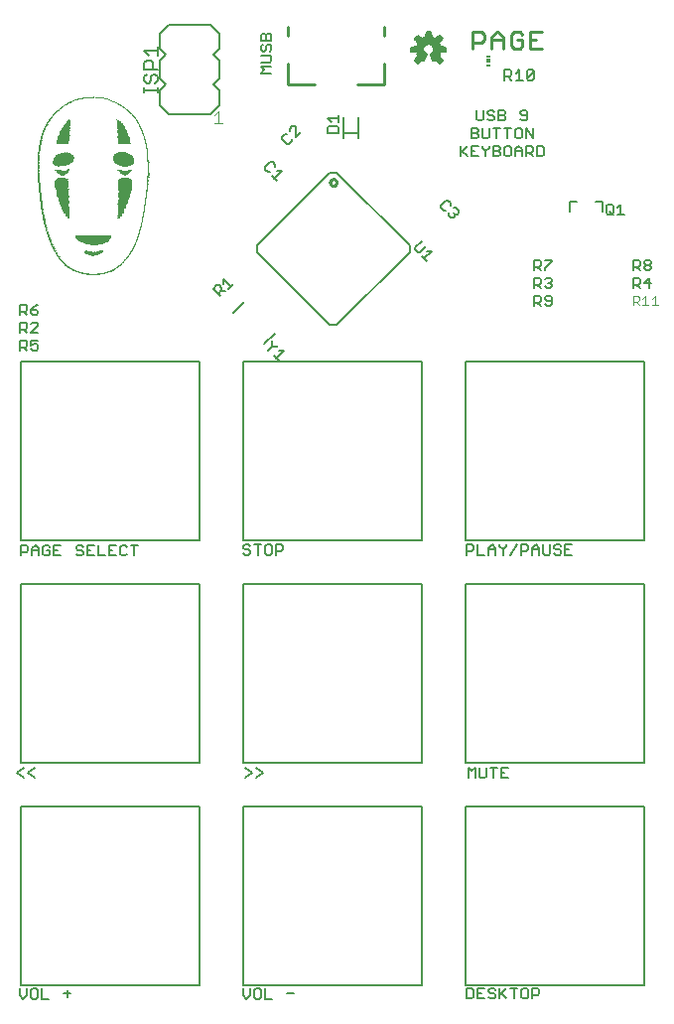
<source format=gto>
G75*
%MOIN*%
%OFA0B0*%
%FSLAX25Y25*%
%IPPOS*%
%LPD*%
%AMOC8*
5,1,8,0,0,1.08239X$1,22.5*
%
%ADD10C,0.00500*%
%ADD11R,0.00100X0.00100*%
%ADD12R,0.02400X0.00100*%
%ADD13R,0.02000X0.00100*%
%ADD14R,0.00700X0.00100*%
%ADD15R,0.01400X0.00100*%
%ADD16R,0.01100X0.00100*%
%ADD17R,0.01000X0.00100*%
%ADD18R,0.00800X0.00100*%
%ADD19R,0.00600X0.00100*%
%ADD20R,0.00500X0.00100*%
%ADD21R,0.00400X0.00100*%
%ADD22R,0.00300X0.00100*%
%ADD23R,0.00200X0.00100*%
%ADD24R,0.02800X0.00100*%
%ADD25R,0.03400X0.00100*%
%ADD26R,0.03800X0.00100*%
%ADD27R,0.04300X0.00100*%
%ADD28R,0.04700X0.00100*%
%ADD29R,0.05000X0.00100*%
%ADD30R,0.05300X0.00100*%
%ADD31R,0.05600X0.00100*%
%ADD32R,0.05800X0.00100*%
%ADD33R,0.02900X0.00100*%
%ADD34R,0.02100X0.00100*%
%ADD35R,0.02300X0.00100*%
%ADD36R,0.01900X0.00100*%
%ADD37R,0.01700X0.00100*%
%ADD38R,0.03900X0.00100*%
%ADD39R,0.04900X0.00100*%
%ADD40R,0.05900X0.00100*%
%ADD41R,0.06600X0.00100*%
%ADD42R,0.07100X0.00100*%
%ADD43R,0.07600X0.00100*%
%ADD44R,0.08200X0.00100*%
%ADD45R,0.08500X0.00100*%
%ADD46R,0.08900X0.00100*%
%ADD47R,0.09300X0.00100*%
%ADD48R,0.09500X0.00100*%
%ADD49R,0.09800X0.00100*%
%ADD50R,0.10100X0.00100*%
%ADD51R,0.10400X0.00100*%
%ADD52R,0.10600X0.00100*%
%ADD53R,0.10800X0.00100*%
%ADD54R,0.11000X0.00100*%
%ADD55R,0.11200X0.00100*%
%ADD56R,0.11300X0.00100*%
%ADD57R,0.11400X0.00100*%
%ADD58R,0.11600X0.00100*%
%ADD59R,0.11700X0.00100*%
%ADD60R,0.11900X0.00100*%
%ADD61R,0.12000X0.00100*%
%ADD62R,0.12100X0.00100*%
%ADD63R,0.08100X0.00100*%
%ADD64R,0.00900X0.00100*%
%ADD65R,0.01200X0.00100*%
%ADD66R,0.01300X0.00100*%
%ADD67R,0.01500X0.00100*%
%ADD68R,0.01600X0.00100*%
%ADD69R,0.01800X0.00100*%
%ADD70R,0.02200X0.00100*%
%ADD71R,0.02500X0.00100*%
%ADD72R,0.02700X0.00100*%
%ADD73R,0.02600X0.00100*%
%ADD74R,0.03000X0.00100*%
%ADD75R,0.03100X0.00100*%
%ADD76R,0.03200X0.00100*%
%ADD77R,0.03300X0.00100*%
%ADD78R,0.03500X0.00100*%
%ADD79R,0.03600X0.00100*%
%ADD80R,0.03700X0.00100*%
%ADD81R,0.04000X0.00100*%
%ADD82R,0.04100X0.00100*%
%ADD83R,0.04200X0.00100*%
%ADD84R,0.04400X0.00100*%
%ADD85R,0.04500X0.00100*%
%ADD86R,0.04600X0.00100*%
%ADD87R,0.04800X0.00100*%
%ADD88R,0.05100X0.00100*%
%ADD89R,0.05400X0.00100*%
%ADD90R,0.05700X0.00100*%
%ADD91R,0.06100X0.00100*%
%ADD92R,0.06000X0.00100*%
%ADD93R,0.06200X0.00100*%
%ADD94R,0.06300X0.00100*%
%ADD95R,0.06400X0.00100*%
%ADD96R,0.06500X0.00100*%
%ADD97R,0.06700X0.00100*%
%ADD98R,0.06900X0.00100*%
%ADD99R,0.06800X0.00100*%
%ADD100R,0.07000X0.00100*%
%ADD101R,0.05500X0.00100*%
%ADD102R,0.05200X0.00100*%
%ADD103C,0.00800*%
%ADD104C,0.01000*%
%ADD105C,0.00300*%
%ADD106C,0.00600*%
%ADD107R,0.01181X0.00591*%
%ADD108R,0.01181X0.01181*%
%ADD109C,0.01100*%
%ADD110C,0.00400*%
%ADD111C,0.00591*%
D10*
X0006550Y0005918D02*
X0006550Y0008253D01*
X0006776Y0009193D02*
X0006776Y0069193D01*
X0066776Y0069193D01*
X0066776Y0009193D01*
X0006776Y0009193D01*
X0008885Y0008253D02*
X0008885Y0005918D01*
X0007718Y0004750D01*
X0006550Y0005918D01*
X0010233Y0005334D02*
X0010817Y0004750D01*
X0011985Y0004750D01*
X0012568Y0005334D01*
X0012568Y0007669D01*
X0011985Y0008253D01*
X0010817Y0008253D01*
X0010233Y0007669D01*
X0010233Y0005334D01*
X0013916Y0004750D02*
X0016252Y0004750D01*
X0013916Y0004750D02*
X0013916Y0008253D01*
X0021283Y0006501D02*
X0023618Y0006501D01*
X0022450Y0007669D02*
X0022450Y0005334D01*
X0011549Y0078813D02*
X0009213Y0080564D01*
X0011549Y0082316D01*
X0007866Y0082316D02*
X0005530Y0080564D01*
X0007866Y0078813D01*
X0006776Y0083996D02*
X0006776Y0143996D01*
X0066776Y0143996D01*
X0066776Y0083996D01*
X0006776Y0083996D01*
X0006999Y0153545D02*
X0006999Y0157048D01*
X0008750Y0157048D01*
X0009334Y0156464D01*
X0009334Y0155297D01*
X0008750Y0154713D01*
X0006999Y0154713D01*
X0010682Y0155297D02*
X0013017Y0155297D01*
X0013017Y0155881D02*
X0013017Y0153545D01*
X0014365Y0154129D02*
X0014365Y0156464D01*
X0014949Y0157048D01*
X0016117Y0157048D01*
X0016700Y0156464D01*
X0016700Y0155297D02*
X0015533Y0155297D01*
X0016700Y0155297D02*
X0016700Y0154129D01*
X0016117Y0153545D01*
X0014949Y0153545D01*
X0014365Y0154129D01*
X0013017Y0155881D02*
X0011850Y0157048D01*
X0010682Y0155881D01*
X0010682Y0153545D01*
X0006776Y0158799D02*
X0006776Y0218799D01*
X0066776Y0218799D01*
X0066776Y0158799D01*
X0006776Y0158799D01*
X0018048Y0157048D02*
X0018048Y0153545D01*
X0020384Y0153545D01*
X0019216Y0155297D02*
X0018048Y0155297D01*
X0018048Y0157048D02*
X0020384Y0157048D01*
X0025415Y0156464D02*
X0025415Y0155881D01*
X0025998Y0155297D01*
X0027166Y0155297D01*
X0027750Y0154713D01*
X0027750Y0154129D01*
X0027166Y0153545D01*
X0025998Y0153545D01*
X0025415Y0154129D01*
X0025415Y0156464D02*
X0025998Y0157048D01*
X0027166Y0157048D01*
X0027750Y0156464D01*
X0029098Y0157048D02*
X0029098Y0153545D01*
X0031433Y0153545D01*
X0032781Y0153545D02*
X0032781Y0157048D01*
X0031433Y0157048D02*
X0029098Y0157048D01*
X0029098Y0155297D02*
X0030265Y0155297D01*
X0032781Y0153545D02*
X0035116Y0153545D01*
X0036464Y0153545D02*
X0038799Y0153545D01*
X0040147Y0154129D02*
X0040147Y0156464D01*
X0040731Y0157048D01*
X0041899Y0157048D01*
X0042482Y0156464D01*
X0043830Y0157048D02*
X0046166Y0157048D01*
X0044998Y0157048D02*
X0044998Y0153545D01*
X0042482Y0154129D02*
X0041899Y0153545D01*
X0040731Y0153545D01*
X0040147Y0154129D01*
X0037632Y0155297D02*
X0036464Y0155297D01*
X0036464Y0157048D02*
X0036464Y0153545D01*
X0036464Y0157048D02*
X0038799Y0157048D01*
X0081550Y0156669D02*
X0081550Y0156085D01*
X0082134Y0155501D01*
X0083301Y0155501D01*
X0083885Y0154918D01*
X0083885Y0154334D01*
X0083301Y0153750D01*
X0082134Y0153750D01*
X0081550Y0154334D01*
X0081550Y0156669D02*
X0082134Y0157253D01*
X0083301Y0157253D01*
X0083885Y0156669D01*
X0085233Y0157253D02*
X0087568Y0157253D01*
X0086401Y0157253D02*
X0086401Y0153750D01*
X0088916Y0154334D02*
X0088916Y0156669D01*
X0089500Y0157253D01*
X0090668Y0157253D01*
X0091252Y0156669D01*
X0091252Y0154334D01*
X0090668Y0153750D01*
X0089500Y0153750D01*
X0088916Y0154334D01*
X0092599Y0154918D02*
X0094351Y0154918D01*
X0094935Y0155501D01*
X0094935Y0156669D01*
X0094351Y0157253D01*
X0092599Y0157253D01*
X0092599Y0153750D01*
X0081580Y0158799D02*
X0081580Y0218799D01*
X0141580Y0218799D01*
X0141580Y0158799D01*
X0081580Y0158799D01*
X0081580Y0143996D02*
X0141580Y0143996D01*
X0141580Y0083996D01*
X0081580Y0083996D01*
X0081580Y0143996D01*
X0082302Y0082316D02*
X0084637Y0080564D01*
X0082302Y0078813D01*
X0085985Y0078813D02*
X0088320Y0080564D01*
X0085985Y0082316D01*
X0081580Y0069193D02*
X0141580Y0069193D01*
X0141580Y0009193D01*
X0081580Y0009193D01*
X0081580Y0069193D01*
X0081550Y0008253D02*
X0081550Y0005918D01*
X0082718Y0004750D01*
X0083885Y0005918D01*
X0083885Y0008253D01*
X0085233Y0007669D02*
X0085233Y0005334D01*
X0085817Y0004750D01*
X0086985Y0004750D01*
X0087568Y0005334D01*
X0087568Y0007669D01*
X0086985Y0008253D01*
X0085817Y0008253D01*
X0085233Y0007669D01*
X0088916Y0008253D02*
X0088916Y0004750D01*
X0091252Y0004750D01*
X0096283Y0006501D02*
X0098618Y0006501D01*
X0156383Y0009193D02*
X0156383Y0069193D01*
X0216383Y0069193D01*
X0216383Y0009193D01*
X0156383Y0009193D01*
X0156605Y0008316D02*
X0158357Y0008316D01*
X0158940Y0007732D01*
X0158940Y0005397D01*
X0158357Y0004813D01*
X0156605Y0004813D01*
X0156605Y0008316D01*
X0160288Y0008316D02*
X0160288Y0004813D01*
X0162624Y0004813D01*
X0163971Y0005397D02*
X0164555Y0004813D01*
X0165723Y0004813D01*
X0166307Y0005397D01*
X0166307Y0005981D01*
X0165723Y0006564D01*
X0164555Y0006564D01*
X0163971Y0007148D01*
X0163971Y0007732D01*
X0164555Y0008316D01*
X0165723Y0008316D01*
X0166307Y0007732D01*
X0167655Y0008316D02*
X0167655Y0004813D01*
X0167655Y0005981D02*
X0169990Y0008316D01*
X0171338Y0008316D02*
X0173673Y0008316D01*
X0172505Y0008316D02*
X0172505Y0004813D01*
X0169990Y0004813D02*
X0168238Y0006564D01*
X0162624Y0008316D02*
X0160288Y0008316D01*
X0160288Y0006564D02*
X0161456Y0006564D01*
X0175021Y0005397D02*
X0175605Y0004813D01*
X0176772Y0004813D01*
X0177356Y0005397D01*
X0177356Y0007732D01*
X0176772Y0008316D01*
X0175605Y0008316D01*
X0175021Y0007732D01*
X0175021Y0005397D01*
X0178704Y0005981D02*
X0180455Y0005981D01*
X0181039Y0006564D01*
X0181039Y0007732D01*
X0180455Y0008316D01*
X0178704Y0008316D01*
X0178704Y0004813D01*
X0170490Y0078813D02*
X0168155Y0078813D01*
X0168155Y0082316D01*
X0170490Y0082316D01*
X0169322Y0080564D02*
X0168155Y0080564D01*
X0166807Y0082316D02*
X0164471Y0082316D01*
X0165639Y0082316D02*
X0165639Y0078813D01*
X0163124Y0079397D02*
X0163124Y0082316D01*
X0160788Y0082316D02*
X0160788Y0079397D01*
X0161372Y0078813D01*
X0162540Y0078813D01*
X0163124Y0079397D01*
X0159440Y0078813D02*
X0159440Y0082316D01*
X0158273Y0081148D01*
X0157105Y0082316D01*
X0157105Y0078813D01*
X0156383Y0083996D02*
X0156383Y0143996D01*
X0216383Y0143996D01*
X0216383Y0083996D01*
X0156383Y0083996D01*
X0156550Y0153750D02*
X0156550Y0157253D01*
X0158301Y0157253D01*
X0158885Y0156669D01*
X0158885Y0155501D01*
X0158301Y0154918D01*
X0156550Y0154918D01*
X0160233Y0153750D02*
X0160233Y0157253D01*
X0160233Y0153750D02*
X0162568Y0153750D01*
X0163916Y0153750D02*
X0163916Y0156085D01*
X0165084Y0157253D01*
X0166252Y0156085D01*
X0166252Y0153750D01*
X0166252Y0155501D02*
X0163916Y0155501D01*
X0167599Y0156669D02*
X0168767Y0155501D01*
X0168767Y0153750D01*
X0168767Y0155501D02*
X0169935Y0156669D01*
X0169935Y0157253D01*
X0167599Y0157253D02*
X0167599Y0156669D01*
X0171283Y0153750D02*
X0173618Y0157253D01*
X0174966Y0157253D02*
X0174966Y0153750D01*
X0174966Y0154918D02*
X0176717Y0154918D01*
X0177301Y0155501D01*
X0177301Y0156669D01*
X0176717Y0157253D01*
X0174966Y0157253D01*
X0178649Y0156085D02*
X0179817Y0157253D01*
X0180984Y0156085D01*
X0180984Y0153750D01*
X0182332Y0154334D02*
X0182332Y0157253D01*
X0180984Y0155501D02*
X0178649Y0155501D01*
X0178649Y0156085D02*
X0178649Y0153750D01*
X0182332Y0154334D02*
X0182916Y0153750D01*
X0184084Y0153750D01*
X0184667Y0154334D01*
X0184667Y0157253D01*
X0186015Y0156669D02*
X0186015Y0156085D01*
X0186599Y0155501D01*
X0187767Y0155501D01*
X0188350Y0154918D01*
X0188350Y0154334D01*
X0187767Y0153750D01*
X0186599Y0153750D01*
X0186015Y0154334D01*
X0186015Y0156669D02*
X0186599Y0157253D01*
X0187767Y0157253D01*
X0188350Y0156669D01*
X0189698Y0157253D02*
X0189698Y0153750D01*
X0192034Y0153750D01*
X0190866Y0155501D02*
X0189698Y0155501D01*
X0189698Y0157253D02*
X0192034Y0157253D01*
X0216383Y0158799D02*
X0216383Y0218799D01*
X0156383Y0218799D01*
X0156383Y0158799D01*
X0216383Y0158799D01*
X0184618Y0237250D02*
X0185202Y0237834D01*
X0185202Y0240169D01*
X0184618Y0240753D01*
X0183451Y0240753D01*
X0182867Y0240169D01*
X0182867Y0239585D01*
X0183451Y0239001D01*
X0185202Y0239001D01*
X0184618Y0237250D02*
X0183451Y0237250D01*
X0182867Y0237834D01*
X0181519Y0237250D02*
X0180351Y0238418D01*
X0180935Y0238418D02*
X0179184Y0238418D01*
X0179184Y0237250D02*
X0179184Y0240753D01*
X0180935Y0240753D01*
X0181519Y0240169D01*
X0181519Y0239001D01*
X0180935Y0238418D01*
X0181519Y0243250D02*
X0180351Y0244418D01*
X0180935Y0244418D02*
X0179184Y0244418D01*
X0179184Y0243250D02*
X0179184Y0246753D01*
X0180935Y0246753D01*
X0181519Y0246169D01*
X0181519Y0245001D01*
X0180935Y0244418D01*
X0182867Y0243834D02*
X0183451Y0243250D01*
X0184618Y0243250D01*
X0185202Y0243834D01*
X0185202Y0244418D01*
X0184618Y0245001D01*
X0184035Y0245001D01*
X0184618Y0245001D02*
X0185202Y0245585D01*
X0185202Y0246169D01*
X0184618Y0246753D01*
X0183451Y0246753D01*
X0182867Y0246169D01*
X0182867Y0249250D02*
X0182867Y0249834D01*
X0185202Y0252169D01*
X0185202Y0252753D01*
X0182867Y0252753D01*
X0181519Y0252169D02*
X0181519Y0251001D01*
X0180935Y0250418D01*
X0179184Y0250418D01*
X0180351Y0250418D02*
X0181519Y0249250D01*
X0179184Y0249250D02*
X0179184Y0252753D01*
X0180935Y0252753D01*
X0181519Y0252169D01*
X0203400Y0268534D02*
X0203984Y0267950D01*
X0205151Y0267950D01*
X0205735Y0268534D01*
X0205735Y0270869D01*
X0205151Y0271453D01*
X0203984Y0271453D01*
X0203400Y0270869D01*
X0203400Y0268534D01*
X0204568Y0269118D02*
X0205735Y0267950D01*
X0207083Y0267950D02*
X0209418Y0267950D01*
X0208251Y0267950D02*
X0208251Y0271453D01*
X0207083Y0270285D01*
X0212550Y0252753D02*
X0214301Y0252753D01*
X0214885Y0252169D01*
X0214885Y0251001D01*
X0214301Y0250418D01*
X0212550Y0250418D01*
X0213718Y0250418D02*
X0214885Y0249250D01*
X0216233Y0249834D02*
X0216233Y0250418D01*
X0216817Y0251001D01*
X0217985Y0251001D01*
X0218568Y0250418D01*
X0218568Y0249834D01*
X0217985Y0249250D01*
X0216817Y0249250D01*
X0216233Y0249834D01*
X0216817Y0251001D02*
X0216233Y0251585D01*
X0216233Y0252169D01*
X0216817Y0252753D01*
X0217985Y0252753D01*
X0218568Y0252169D01*
X0218568Y0251585D01*
X0217985Y0251001D01*
X0217985Y0246753D02*
X0216233Y0245001D01*
X0218568Y0245001D01*
X0217985Y0243250D02*
X0217985Y0246753D01*
X0214885Y0246169D02*
X0214885Y0245001D01*
X0214301Y0244418D01*
X0212550Y0244418D01*
X0213718Y0244418D02*
X0214885Y0243250D01*
X0212550Y0243250D02*
X0212550Y0246753D01*
X0214301Y0246753D01*
X0214885Y0246169D01*
X0212550Y0249250D02*
X0212550Y0252753D01*
X0181951Y0287550D02*
X0182535Y0288134D01*
X0182535Y0290469D01*
X0181951Y0291053D01*
X0180199Y0291053D01*
X0180199Y0287550D01*
X0181951Y0287550D01*
X0178852Y0287550D02*
X0177684Y0288718D01*
X0178268Y0288718D02*
X0176516Y0288718D01*
X0176516Y0287550D02*
X0176516Y0291053D01*
X0178268Y0291053D01*
X0178852Y0290469D01*
X0178852Y0289301D01*
X0178268Y0288718D01*
X0175168Y0289301D02*
X0172833Y0289301D01*
X0172833Y0289885D02*
X0174001Y0291053D01*
X0175168Y0289885D01*
X0175168Y0287550D01*
X0172833Y0287550D02*
X0172833Y0289885D01*
X0171485Y0290469D02*
X0170901Y0291053D01*
X0169734Y0291053D01*
X0169150Y0290469D01*
X0169150Y0288134D01*
X0169734Y0287550D01*
X0170901Y0287550D01*
X0171485Y0288134D01*
X0171485Y0290469D01*
X0170318Y0293550D02*
X0170318Y0297053D01*
X0171485Y0297053D02*
X0169150Y0297053D01*
X0167802Y0297053D02*
X0165467Y0297053D01*
X0166634Y0297053D02*
X0166634Y0293550D01*
X0167218Y0291053D02*
X0167802Y0290469D01*
X0167802Y0289885D01*
X0167218Y0289301D01*
X0165467Y0289301D01*
X0165467Y0287550D02*
X0165467Y0291053D01*
X0167218Y0291053D01*
X0167218Y0289301D02*
X0167802Y0288718D01*
X0167802Y0288134D01*
X0167218Y0287550D01*
X0165467Y0287550D01*
X0162951Y0287550D02*
X0162951Y0289301D01*
X0164119Y0290469D01*
X0164119Y0291053D01*
X0162951Y0289301D02*
X0161784Y0290469D01*
X0161784Y0291053D01*
X0160436Y0291053D02*
X0158101Y0291053D01*
X0158101Y0287550D01*
X0160436Y0287550D01*
X0159268Y0289301D02*
X0158101Y0289301D01*
X0156753Y0287550D02*
X0155001Y0289301D01*
X0154417Y0288718D02*
X0156753Y0291053D01*
X0154417Y0291053D02*
X0154417Y0287550D01*
X0158101Y0293550D02*
X0159852Y0293550D01*
X0160436Y0294134D01*
X0160436Y0294718D01*
X0159852Y0295301D01*
X0158101Y0295301D01*
X0158101Y0293550D02*
X0158101Y0297053D01*
X0159852Y0297053D01*
X0160436Y0296469D01*
X0160436Y0295885D01*
X0159852Y0295301D01*
X0161784Y0294134D02*
X0162368Y0293550D01*
X0163535Y0293550D01*
X0164119Y0294134D01*
X0164119Y0297053D01*
X0161784Y0297053D02*
X0161784Y0294134D01*
X0161694Y0299550D02*
X0162277Y0300134D01*
X0162277Y0303053D01*
X0163625Y0302469D02*
X0163625Y0301885D01*
X0164209Y0301301D01*
X0165377Y0301301D01*
X0165961Y0300718D01*
X0165961Y0300134D01*
X0165377Y0299550D01*
X0164209Y0299550D01*
X0163625Y0300134D01*
X0161694Y0299550D02*
X0160526Y0299550D01*
X0159942Y0300134D01*
X0159942Y0303053D01*
X0163625Y0302469D02*
X0164209Y0303053D01*
X0165377Y0303053D01*
X0165961Y0302469D01*
X0167308Y0303053D02*
X0169060Y0303053D01*
X0169644Y0302469D01*
X0169644Y0301885D01*
X0169060Y0301301D01*
X0167308Y0301301D01*
X0167308Y0299550D02*
X0169060Y0299550D01*
X0169644Y0300134D01*
X0169644Y0300718D01*
X0169060Y0301301D01*
X0167308Y0299550D02*
X0167308Y0303053D01*
X0173417Y0297053D02*
X0172833Y0296469D01*
X0172833Y0294134D01*
X0173417Y0293550D01*
X0174585Y0293550D01*
X0175168Y0294134D01*
X0175168Y0296469D01*
X0174585Y0297053D01*
X0173417Y0297053D01*
X0176516Y0297053D02*
X0176516Y0293550D01*
X0178852Y0293550D02*
X0176516Y0297053D01*
X0176426Y0299550D02*
X0177010Y0300134D01*
X0177010Y0302469D01*
X0176426Y0303053D01*
X0175259Y0303053D01*
X0174675Y0302469D01*
X0174675Y0301885D01*
X0175259Y0301301D01*
X0177010Y0301301D01*
X0176426Y0299550D02*
X0175259Y0299550D01*
X0174675Y0300134D01*
X0178852Y0297053D02*
X0178852Y0293550D01*
X0178492Y0313140D02*
X0177325Y0313140D01*
X0176741Y0313724D01*
X0179076Y0316059D01*
X0179076Y0313724D01*
X0178492Y0313140D01*
X0176741Y0313724D02*
X0176741Y0316059D01*
X0177325Y0316643D01*
X0178492Y0316643D01*
X0179076Y0316059D01*
X0175393Y0313140D02*
X0173058Y0313140D01*
X0174225Y0313140D02*
X0174225Y0316643D01*
X0173058Y0315475D01*
X0171710Y0316059D02*
X0171710Y0314891D01*
X0171126Y0314307D01*
X0169375Y0314307D01*
X0169375Y0313140D02*
X0169375Y0316643D01*
X0171126Y0316643D01*
X0171710Y0316059D01*
X0170542Y0314307D02*
X0171710Y0313140D01*
X0150376Y0272761D02*
X0149550Y0272761D01*
X0147899Y0271110D01*
X0147899Y0270284D01*
X0148724Y0269459D01*
X0149550Y0269459D01*
X0150503Y0268506D02*
X0150503Y0267680D01*
X0151329Y0266854D01*
X0152154Y0266854D01*
X0152567Y0267267D01*
X0152567Y0268093D01*
X0152154Y0268506D01*
X0152567Y0268093D02*
X0153393Y0268093D01*
X0153806Y0268506D01*
X0153806Y0269331D01*
X0152980Y0270157D01*
X0152154Y0270157D01*
X0151201Y0271110D02*
X0151201Y0271936D01*
X0150376Y0272761D01*
X0141388Y0259090D02*
X0139324Y0257026D01*
X0139324Y0256200D01*
X0140149Y0255374D01*
X0140975Y0255374D01*
X0143039Y0257438D01*
X0143167Y0255660D02*
X0144818Y0255660D01*
X0142341Y0253183D01*
X0141515Y0254008D02*
X0143167Y0252357D01*
X0113522Y0295404D02*
X0113522Y0297155D01*
X0112939Y0297739D01*
X0110603Y0297739D01*
X0110019Y0297155D01*
X0110019Y0295404D01*
X0113522Y0295404D01*
X0113522Y0299087D02*
X0113522Y0301422D01*
X0113522Y0300254D02*
X0110019Y0300254D01*
X0111187Y0299087D01*
X0100895Y0295510D02*
X0099244Y0293859D01*
X0099244Y0297161D01*
X0098831Y0297574D01*
X0098005Y0297574D01*
X0097180Y0296749D01*
X0097180Y0295923D01*
X0096227Y0294970D02*
X0095401Y0294970D01*
X0094575Y0294144D01*
X0094575Y0293319D01*
X0096227Y0291667D01*
X0097052Y0291667D01*
X0097878Y0292493D01*
X0097878Y0293319D01*
X0091492Y0285601D02*
X0092318Y0284775D01*
X0092318Y0283950D01*
X0092858Y0282584D02*
X0094509Y0282584D01*
X0092032Y0280107D01*
X0091207Y0280932D02*
X0092858Y0279281D01*
X0090667Y0282298D02*
X0089841Y0282298D01*
X0089015Y0283124D01*
X0089015Y0283950D01*
X0090667Y0285601D01*
X0091492Y0285601D01*
X0073524Y0304654D02*
X0073524Y0309654D01*
X0071524Y0311654D01*
X0073524Y0313654D01*
X0073524Y0319654D01*
X0071524Y0321654D01*
X0073524Y0323654D01*
X0073524Y0328654D01*
X0070524Y0331654D01*
X0056524Y0331654D01*
X0053524Y0328654D01*
X0053524Y0323654D01*
X0055524Y0321654D01*
X0053524Y0319654D01*
X0053524Y0313654D01*
X0055524Y0311654D01*
X0053524Y0309654D01*
X0053524Y0304654D01*
X0056524Y0301654D01*
X0070524Y0301654D01*
X0073524Y0304654D01*
X0087519Y0315423D02*
X0088687Y0316591D01*
X0087519Y0317758D01*
X0091022Y0317758D01*
X0090439Y0319106D02*
X0091022Y0319690D01*
X0091022Y0320858D01*
X0090439Y0321441D01*
X0087519Y0321441D01*
X0088103Y0322789D02*
X0088687Y0322789D01*
X0089271Y0323373D01*
X0089271Y0324541D01*
X0089855Y0325125D01*
X0090439Y0325125D01*
X0091022Y0324541D01*
X0091022Y0323373D01*
X0090439Y0322789D01*
X0088103Y0322789D02*
X0087519Y0323373D01*
X0087519Y0324541D01*
X0088103Y0325125D01*
X0087519Y0326472D02*
X0087519Y0328224D01*
X0088103Y0328808D01*
X0088687Y0328808D01*
X0089271Y0328224D01*
X0089271Y0326472D01*
X0091022Y0326472D02*
X0087519Y0326472D01*
X0089271Y0328224D02*
X0089855Y0328808D01*
X0090439Y0328808D01*
X0091022Y0328224D01*
X0091022Y0326472D01*
X0090439Y0319106D02*
X0087519Y0319106D01*
X0087519Y0315423D02*
X0091022Y0315423D01*
X0074836Y0246437D02*
X0077313Y0243960D01*
X0076488Y0243134D02*
X0078139Y0244785D01*
X0074836Y0244785D02*
X0074836Y0246437D01*
X0073470Y0244245D02*
X0072645Y0244245D01*
X0071406Y0243007D01*
X0073883Y0240530D01*
X0073058Y0241355D02*
X0074296Y0242594D01*
X0074296Y0243419D01*
X0073470Y0244245D01*
X0073883Y0242181D02*
X0075535Y0242181D01*
X0091639Y0225582D02*
X0091226Y0225169D01*
X0091226Y0223518D01*
X0089987Y0222280D01*
X0091226Y0223518D02*
X0092877Y0223518D01*
X0093290Y0223931D01*
X0093417Y0222152D02*
X0095069Y0222152D01*
X0092592Y0219675D01*
X0093417Y0218850D02*
X0091766Y0220501D01*
X0012702Y0222834D02*
X0012118Y0222250D01*
X0010951Y0222250D01*
X0010367Y0222834D01*
X0010367Y0224001D02*
X0011535Y0224585D01*
X0012118Y0224585D01*
X0012702Y0224001D01*
X0012702Y0222834D01*
X0010367Y0224001D02*
X0010367Y0225753D01*
X0012702Y0225753D01*
X0012702Y0228250D02*
X0010367Y0228250D01*
X0012702Y0230585D01*
X0012702Y0231169D01*
X0012118Y0231753D01*
X0010951Y0231753D01*
X0010367Y0231169D01*
X0009019Y0231169D02*
X0009019Y0230001D01*
X0008435Y0229418D01*
X0006684Y0229418D01*
X0007851Y0229418D02*
X0009019Y0228250D01*
X0006684Y0228250D02*
X0006684Y0231753D01*
X0008435Y0231753D01*
X0009019Y0231169D01*
X0009019Y0234250D02*
X0007851Y0235418D01*
X0008435Y0235418D02*
X0006684Y0235418D01*
X0006684Y0234250D02*
X0006684Y0237753D01*
X0008435Y0237753D01*
X0009019Y0237169D01*
X0009019Y0236001D01*
X0008435Y0235418D01*
X0010367Y0236001D02*
X0012118Y0236001D01*
X0012702Y0235418D01*
X0012702Y0234834D01*
X0012118Y0234250D01*
X0010951Y0234250D01*
X0010367Y0234834D01*
X0010367Y0236001D01*
X0011535Y0237169D01*
X0012702Y0237753D01*
X0008435Y0225753D02*
X0006684Y0225753D01*
X0006684Y0222250D01*
X0006684Y0223418D02*
X0008435Y0223418D01*
X0009019Y0224001D01*
X0009019Y0225169D01*
X0008435Y0225753D01*
X0007851Y0223418D02*
X0009019Y0222250D01*
D11*
X0026900Y0248200D03*
X0027800Y0248200D03*
X0028300Y0247900D03*
X0028900Y0248000D03*
X0029700Y0247700D03*
X0029800Y0247900D03*
X0030000Y0247700D03*
X0031900Y0247800D03*
X0033000Y0247900D03*
X0033800Y0248000D03*
X0034300Y0248100D03*
X0031400Y0254100D03*
X0031200Y0254100D03*
X0030900Y0254100D03*
X0032000Y0255200D03*
X0029300Y0255500D03*
X0030700Y0257800D03*
X0030900Y0257800D03*
X0029500Y0260700D03*
X0029000Y0260700D03*
X0028600Y0260700D03*
X0028300Y0260700D03*
X0027800Y0260700D03*
X0023100Y0266600D03*
X0021100Y0280100D03*
X0020500Y0280100D03*
X0020700Y0281100D03*
X0021400Y0281100D03*
X0021100Y0282400D03*
X0021500Y0284300D03*
X0019900Y0284100D03*
X0019400Y0284100D03*
X0023200Y0283100D03*
X0021800Y0288500D03*
X0031300Y0307100D03*
X0031500Y0307200D03*
X0033000Y0307000D03*
X0033100Y0307100D03*
X0037700Y0305900D03*
X0039400Y0305100D03*
X0040800Y0304300D03*
X0041100Y0304100D03*
X0042000Y0303500D03*
X0042300Y0303300D03*
X0042800Y0302900D03*
X0043100Y0302600D03*
X0043700Y0302100D03*
X0044100Y0301700D03*
X0044300Y0301500D03*
X0044600Y0301200D03*
X0045100Y0300600D03*
X0045500Y0300100D03*
X0045800Y0299700D03*
X0041700Y0288600D03*
X0040600Y0288700D03*
X0041200Y0284100D03*
X0039500Y0282800D03*
X0041100Y0280000D03*
X0039600Y0266600D03*
X0036700Y0260600D03*
X0036400Y0260600D03*
X0035000Y0260600D03*
X0034700Y0260600D03*
X0034500Y0260600D03*
X0043400Y0254200D03*
X0043200Y0253900D03*
X0042900Y0253500D03*
X0042500Y0253000D03*
X0041900Y0252300D03*
X0041700Y0252100D03*
X0040500Y0250900D03*
X0043700Y0254600D03*
X0043900Y0254900D03*
X0044000Y0255100D03*
X0044200Y0255400D03*
X0044300Y0255600D03*
X0044500Y0255900D03*
X0044600Y0256100D03*
X0044700Y0256300D03*
X0044800Y0256500D03*
X0045100Y0257000D03*
X0045200Y0257300D03*
X0045400Y0257700D03*
X0045500Y0257900D03*
X0045700Y0258400D03*
X0045800Y0258600D03*
X0045900Y0258900D03*
X0046000Y0259200D03*
X0046100Y0259400D03*
X0046200Y0259700D03*
X0046300Y0260000D03*
X0046400Y0260300D03*
X0046600Y0260900D03*
X0046700Y0261200D03*
X0046900Y0261900D03*
X0047200Y0263000D03*
D12*
X0040750Y0269900D03*
X0040850Y0270200D03*
X0031350Y0247700D03*
X0021850Y0269800D03*
X0021850Y0269900D03*
X0022150Y0297000D03*
X0022150Y0297100D03*
X0040450Y0297300D03*
X0040550Y0297200D03*
D13*
X0040350Y0297700D03*
X0040250Y0297900D03*
X0041750Y0281400D03*
X0040550Y0269100D03*
X0040550Y0269000D03*
X0031250Y0254200D03*
X0029950Y0247800D03*
X0022050Y0269100D03*
X0020750Y0280000D03*
X0020950Y0281300D03*
X0022050Y0288400D03*
X0022350Y0297600D03*
D14*
X0023100Y0299100D03*
X0028700Y0307000D03*
X0039600Y0299200D03*
X0039900Y0282600D03*
X0043700Y0282600D03*
X0034000Y0260600D03*
X0035200Y0248200D03*
X0031400Y0247800D03*
X0026600Y0248400D03*
X0026300Y0248500D03*
X0025700Y0248700D03*
X0022800Y0267100D03*
X0022700Y0282600D03*
X0018900Y0282700D03*
D15*
X0020950Y0281200D03*
X0022450Y0268000D03*
X0022450Y0267900D03*
X0032750Y0247800D03*
X0040250Y0267900D03*
X0040250Y0268000D03*
X0043250Y0282400D03*
X0039950Y0298600D03*
X0022750Y0298400D03*
D16*
X0032400Y0307100D03*
X0039800Y0298900D03*
X0040100Y0267500D03*
X0040100Y0267400D03*
X0032000Y0257800D03*
X0033800Y0255500D03*
X0029000Y0247900D03*
X0022600Y0267500D03*
X0022600Y0267600D03*
D17*
X0022650Y0267400D03*
X0027850Y0248100D03*
X0028250Y0248000D03*
X0033650Y0247900D03*
X0040050Y0267300D03*
X0043450Y0282500D03*
X0039750Y0299000D03*
X0022950Y0298900D03*
D18*
X0022950Y0299000D03*
X0022750Y0267200D03*
X0028750Y0255500D03*
X0026950Y0248300D03*
X0034350Y0248000D03*
X0039850Y0267000D03*
X0039950Y0267100D03*
D19*
X0039850Y0266900D03*
X0039750Y0266800D03*
X0041750Y0281100D03*
X0040050Y0291500D03*
X0039550Y0299300D03*
X0028050Y0306900D03*
X0027450Y0306800D03*
X0023050Y0299200D03*
X0022850Y0267000D03*
X0025150Y0248900D03*
X0025450Y0248800D03*
X0025950Y0248600D03*
X0027350Y0248200D03*
X0034850Y0248100D03*
D20*
X0035600Y0248300D03*
X0035900Y0248400D03*
X0036300Y0248500D03*
X0037100Y0248800D03*
X0039700Y0266700D03*
X0039700Y0282700D03*
X0043900Y0282700D03*
X0040700Y0291500D03*
X0034600Y0306900D03*
X0030900Y0307100D03*
X0026200Y0306500D03*
X0023200Y0299300D03*
X0022800Y0282700D03*
X0012900Y0282500D03*
X0022900Y0266900D03*
X0022600Y0250300D03*
X0022800Y0250200D03*
X0023100Y0250000D03*
X0023400Y0249800D03*
X0023900Y0249500D03*
X0024100Y0249400D03*
X0024300Y0249300D03*
X0024500Y0249200D03*
X0024700Y0249100D03*
X0024900Y0249000D03*
D21*
X0023750Y0249600D03*
X0023550Y0249700D03*
X0023250Y0249900D03*
X0022950Y0250100D03*
X0022550Y0250400D03*
X0022250Y0250600D03*
X0022150Y0250700D03*
X0022050Y0250800D03*
X0021750Y0251100D03*
X0021550Y0251200D03*
X0021250Y0251600D03*
X0020950Y0251900D03*
X0020650Y0252300D03*
X0020350Y0252700D03*
X0020050Y0253100D03*
X0019750Y0253500D03*
X0019550Y0253800D03*
X0019350Y0254100D03*
X0019050Y0254600D03*
X0018850Y0254900D03*
X0018750Y0255100D03*
X0018450Y0255600D03*
X0018350Y0255800D03*
X0018150Y0256200D03*
X0017950Y0256500D03*
X0017750Y0256900D03*
X0017450Y0257600D03*
X0017350Y0257800D03*
X0017250Y0258000D03*
X0017050Y0258500D03*
X0016950Y0258700D03*
X0016850Y0259000D03*
X0016750Y0259200D03*
X0016650Y0259500D03*
X0016550Y0259700D03*
X0016450Y0260000D03*
X0016350Y0260300D03*
X0016250Y0260600D03*
X0016150Y0260800D03*
X0016150Y0260900D03*
X0016050Y0261200D03*
X0015950Y0261500D03*
X0015850Y0261800D03*
X0015750Y0262100D03*
X0015650Y0262500D03*
X0015550Y0262800D03*
X0015450Y0263200D03*
X0015350Y0263500D03*
X0015350Y0263600D03*
X0015250Y0263900D03*
X0015150Y0264300D03*
X0015150Y0264400D03*
X0014950Y0265100D03*
X0014950Y0265200D03*
X0014850Y0265600D03*
X0014850Y0265700D03*
X0014750Y0266000D03*
X0014750Y0266200D03*
X0014650Y0266400D03*
X0014650Y0266600D03*
X0014550Y0267000D03*
X0014550Y0267100D03*
X0014450Y0267400D03*
X0014450Y0267600D03*
X0014450Y0267700D03*
X0014350Y0268100D03*
X0014350Y0268200D03*
X0014350Y0268300D03*
X0014250Y0268600D03*
X0014250Y0268700D03*
X0014150Y0269200D03*
X0014150Y0269300D03*
X0014150Y0269400D03*
X0014150Y0269500D03*
X0014050Y0269800D03*
X0014050Y0270000D03*
X0013950Y0270400D03*
X0013950Y0270600D03*
X0013950Y0270800D03*
X0013850Y0271100D03*
X0013850Y0271300D03*
X0013750Y0271800D03*
X0013750Y0272000D03*
X0013750Y0272100D03*
X0013750Y0272200D03*
X0013750Y0272300D03*
X0013650Y0272600D03*
X0013650Y0272800D03*
X0013650Y0272900D03*
X0013550Y0273400D03*
X0013550Y0273500D03*
X0013550Y0273600D03*
X0013550Y0273700D03*
X0013550Y0273900D03*
X0013450Y0274300D03*
X0013450Y0274500D03*
X0013450Y0274600D03*
X0013450Y0274700D03*
X0013450Y0274900D03*
X0013350Y0275200D03*
X0013350Y0275400D03*
X0013350Y0275500D03*
X0013350Y0275600D03*
X0013350Y0275700D03*
X0013350Y0275800D03*
X0013350Y0276000D03*
X0013250Y0276400D03*
X0013250Y0276600D03*
X0013250Y0276700D03*
X0013250Y0277000D03*
X0013150Y0277200D03*
X0013150Y0277500D03*
X0013150Y0277800D03*
X0013150Y0277900D03*
X0013150Y0278000D03*
X0013150Y0278200D03*
X0013150Y0278400D03*
X0013050Y0278800D03*
X0013050Y0279000D03*
X0013050Y0279200D03*
X0013050Y0279300D03*
X0013050Y0279500D03*
X0013050Y0279700D03*
X0013050Y0280100D03*
X0012950Y0280200D03*
X0012950Y0280500D03*
X0012950Y0280600D03*
X0012950Y0280800D03*
X0012950Y0280900D03*
X0012950Y0281100D03*
X0012950Y0281200D03*
X0012950Y0281300D03*
X0012950Y0281600D03*
X0012950Y0281700D03*
X0012950Y0282200D03*
X0012850Y0283200D03*
X0012850Y0283800D03*
X0012850Y0284000D03*
X0012850Y0284400D03*
X0012850Y0285000D03*
X0012850Y0285400D03*
X0012950Y0286100D03*
X0012950Y0286300D03*
X0012950Y0286600D03*
X0012950Y0286800D03*
X0012950Y0287000D03*
X0012950Y0287200D03*
X0012950Y0287400D03*
X0012950Y0287600D03*
X0013050Y0288200D03*
X0013050Y0288400D03*
X0013050Y0288500D03*
X0013050Y0288700D03*
X0013150Y0289200D03*
X0013150Y0289400D03*
X0013150Y0289500D03*
X0013150Y0289700D03*
X0013250Y0290100D03*
X0013250Y0290200D03*
X0013250Y0290400D03*
X0013350Y0290800D03*
X0013350Y0290900D03*
X0013450Y0291400D03*
X0013450Y0291500D03*
X0013550Y0292000D03*
X0013650Y0292400D03*
X0013750Y0292800D03*
X0013850Y0293200D03*
X0013950Y0293600D03*
X0014050Y0293900D03*
X0014250Y0294600D03*
X0014350Y0294900D03*
X0014650Y0295700D03*
X0014850Y0296200D03*
X0014950Y0296400D03*
X0015550Y0297600D03*
X0015750Y0298000D03*
X0016350Y0299000D03*
X0016550Y0299300D03*
X0018050Y0301200D03*
X0019550Y0302700D03*
X0022050Y0304600D03*
X0023050Y0305200D03*
X0023450Y0305400D03*
X0023850Y0305600D03*
X0024050Y0305700D03*
X0024550Y0305900D03*
X0025250Y0306200D03*
X0025550Y0306300D03*
X0025850Y0306400D03*
X0026550Y0306600D03*
X0026950Y0306700D03*
X0034050Y0307000D03*
X0039450Y0299400D03*
X0049750Y0285300D03*
X0049750Y0281600D03*
X0049750Y0281300D03*
X0049750Y0281000D03*
X0049750Y0280400D03*
X0049650Y0279200D03*
X0049650Y0279100D03*
X0049550Y0277900D03*
X0049050Y0273300D03*
X0037750Y0249100D03*
X0037550Y0249000D03*
X0036850Y0248700D03*
X0036550Y0248600D03*
X0022950Y0266800D03*
X0021050Y0281100D03*
X0022950Y0282800D03*
D22*
X0023000Y0282900D03*
X0013800Y0292900D03*
X0013800Y0293000D03*
X0013800Y0293100D03*
X0013900Y0293300D03*
X0013900Y0293400D03*
X0013900Y0293500D03*
X0014000Y0293700D03*
X0014000Y0293800D03*
X0014100Y0294000D03*
X0014100Y0294100D03*
X0014100Y0294200D03*
X0014200Y0294300D03*
X0014200Y0294400D03*
X0014200Y0294500D03*
X0014300Y0294700D03*
X0014300Y0294800D03*
X0014400Y0295000D03*
X0014400Y0295100D03*
X0014500Y0295200D03*
X0014500Y0295300D03*
X0014500Y0295400D03*
X0014600Y0295500D03*
X0014600Y0295600D03*
X0014700Y0295800D03*
X0014700Y0295900D03*
X0014800Y0296000D03*
X0014800Y0296100D03*
X0014900Y0296300D03*
X0015000Y0296500D03*
X0015000Y0296600D03*
X0015100Y0296700D03*
X0015100Y0296800D03*
X0015200Y0296900D03*
X0015200Y0297000D03*
X0015300Y0297100D03*
X0015300Y0297200D03*
X0015400Y0297300D03*
X0015400Y0297400D03*
X0015500Y0297500D03*
X0015600Y0297700D03*
X0015600Y0297800D03*
X0015700Y0297900D03*
X0015800Y0298100D03*
X0015900Y0298200D03*
X0015900Y0298300D03*
X0016000Y0298400D03*
X0016000Y0298500D03*
X0016100Y0298600D03*
X0016200Y0298700D03*
X0016200Y0298800D03*
X0016300Y0298900D03*
X0016400Y0299100D03*
X0016500Y0299200D03*
X0016600Y0299400D03*
X0016700Y0299500D03*
X0016800Y0299600D03*
X0016800Y0299700D03*
X0016900Y0299800D03*
X0017000Y0299900D03*
X0017100Y0300000D03*
X0017100Y0300100D03*
X0017200Y0300200D03*
X0017300Y0300300D03*
X0017400Y0300400D03*
X0017400Y0300500D03*
X0017500Y0300600D03*
X0017600Y0300700D03*
X0017700Y0300800D03*
X0017800Y0300900D03*
X0017900Y0301000D03*
X0017900Y0301100D03*
X0018200Y0301400D03*
X0018300Y0301500D03*
X0018400Y0301600D03*
X0018500Y0301700D03*
X0018600Y0301800D03*
X0018700Y0301900D03*
X0018800Y0302000D03*
X0018900Y0302100D03*
X0019000Y0302200D03*
X0019100Y0302300D03*
X0019200Y0302400D03*
X0019300Y0302500D03*
X0019400Y0302600D03*
X0019800Y0302900D03*
X0019900Y0303000D03*
X0020000Y0303100D03*
X0020100Y0303200D03*
X0020200Y0303300D03*
X0020400Y0303400D03*
X0020500Y0303500D03*
X0020600Y0303600D03*
X0020700Y0303700D03*
X0020900Y0303800D03*
X0021000Y0303900D03*
X0021100Y0304000D03*
X0021300Y0304100D03*
X0021400Y0304200D03*
X0021600Y0304300D03*
X0021700Y0304400D03*
X0021900Y0304500D03*
X0022200Y0304700D03*
X0022400Y0304800D03*
X0022500Y0304900D03*
X0022700Y0305000D03*
X0023200Y0305300D03*
X0023600Y0305500D03*
X0024700Y0306000D03*
X0025000Y0306100D03*
X0023200Y0299400D03*
X0013700Y0292700D03*
X0013700Y0292600D03*
X0013700Y0292500D03*
X0013600Y0292300D03*
X0013600Y0292200D03*
X0013600Y0292100D03*
X0013500Y0291900D03*
X0013500Y0291800D03*
X0013500Y0291700D03*
X0013500Y0291600D03*
X0013400Y0291300D03*
X0013400Y0291200D03*
X0013400Y0291100D03*
X0013400Y0291000D03*
X0013300Y0290700D03*
X0013300Y0290600D03*
X0013300Y0290500D03*
X0013300Y0290300D03*
X0013200Y0290000D03*
X0013200Y0289900D03*
X0013200Y0289800D03*
X0013200Y0289600D03*
X0013100Y0289300D03*
X0013100Y0289100D03*
X0013100Y0289000D03*
X0013100Y0288900D03*
X0013100Y0288800D03*
X0013000Y0288300D03*
X0013000Y0288100D03*
X0013000Y0288000D03*
X0013000Y0287900D03*
X0013000Y0287800D03*
X0013000Y0287700D03*
X0013000Y0287500D03*
X0013000Y0287300D03*
X0013000Y0287100D03*
X0012900Y0286900D03*
X0012900Y0286700D03*
X0012900Y0286500D03*
X0012900Y0286400D03*
X0012900Y0286200D03*
X0012900Y0286000D03*
X0012900Y0285900D03*
X0012900Y0285800D03*
X0012900Y0285700D03*
X0012900Y0285600D03*
X0012900Y0285500D03*
X0012900Y0285300D03*
X0012900Y0285200D03*
X0012900Y0285100D03*
X0012900Y0284900D03*
X0012900Y0284800D03*
X0012900Y0284700D03*
X0012900Y0284600D03*
X0012900Y0284500D03*
X0012900Y0284300D03*
X0012900Y0284200D03*
X0012900Y0284100D03*
X0012900Y0283900D03*
X0012900Y0283700D03*
X0012900Y0283600D03*
X0012900Y0283500D03*
X0012900Y0283400D03*
X0012900Y0283300D03*
X0012900Y0283100D03*
X0012900Y0283000D03*
X0012900Y0282900D03*
X0012900Y0282800D03*
X0012900Y0282700D03*
X0012900Y0282600D03*
X0012900Y0282400D03*
X0012900Y0282300D03*
X0012900Y0282100D03*
X0012900Y0282000D03*
X0012900Y0281900D03*
X0012900Y0281800D03*
X0012900Y0281500D03*
X0012900Y0281400D03*
X0013000Y0281000D03*
X0013000Y0280700D03*
X0013000Y0280400D03*
X0013000Y0280300D03*
X0013000Y0280000D03*
X0013000Y0279900D03*
X0013000Y0279800D03*
X0013000Y0279600D03*
X0013000Y0279400D03*
X0013100Y0279100D03*
X0013100Y0278900D03*
X0013100Y0278700D03*
X0013100Y0278600D03*
X0013100Y0278500D03*
X0013100Y0278300D03*
X0013100Y0278100D03*
X0013200Y0277700D03*
X0013200Y0277600D03*
X0013200Y0277400D03*
X0013200Y0277300D03*
X0013200Y0277100D03*
X0013200Y0276900D03*
X0013200Y0276800D03*
X0013300Y0276500D03*
X0013300Y0276300D03*
X0013300Y0276200D03*
X0013300Y0276100D03*
X0013300Y0275900D03*
X0013400Y0275300D03*
X0013400Y0275100D03*
X0013400Y0275000D03*
X0013400Y0274800D03*
X0013500Y0274400D03*
X0013500Y0274200D03*
X0013500Y0274100D03*
X0013500Y0274000D03*
X0013500Y0273800D03*
X0013600Y0273300D03*
X0013600Y0273200D03*
X0013600Y0273100D03*
X0013600Y0273000D03*
X0013700Y0272700D03*
X0013700Y0272500D03*
X0013700Y0272400D03*
X0013800Y0271900D03*
X0013800Y0271700D03*
X0013800Y0271600D03*
X0013800Y0271500D03*
X0013800Y0271400D03*
X0013900Y0271200D03*
X0013900Y0271000D03*
X0013900Y0270900D03*
X0013900Y0270700D03*
X0014000Y0270500D03*
X0014000Y0270300D03*
X0014000Y0270200D03*
X0014000Y0270100D03*
X0014100Y0269900D03*
X0014100Y0269700D03*
X0014100Y0269600D03*
X0014200Y0269100D03*
X0014200Y0269000D03*
X0014200Y0268900D03*
X0014200Y0268800D03*
X0014300Y0268500D03*
X0014300Y0268400D03*
X0014400Y0268000D03*
X0014400Y0267900D03*
X0014400Y0267800D03*
X0014500Y0267500D03*
X0014500Y0267300D03*
X0014500Y0267200D03*
X0014600Y0266900D03*
X0014600Y0266800D03*
X0014600Y0266700D03*
X0014700Y0266500D03*
X0014700Y0266300D03*
X0014700Y0266100D03*
X0014800Y0265900D03*
X0014800Y0265800D03*
X0014900Y0265500D03*
X0014900Y0265400D03*
X0014900Y0265300D03*
X0015000Y0265000D03*
X0015000Y0264900D03*
X0015000Y0264800D03*
X0015100Y0264700D03*
X0015100Y0264600D03*
X0015100Y0264500D03*
X0015200Y0264200D03*
X0015200Y0264100D03*
X0015200Y0264000D03*
X0015300Y0263800D03*
X0015300Y0263700D03*
X0015400Y0263400D03*
X0015400Y0263300D03*
X0015500Y0263100D03*
X0015500Y0263000D03*
X0015500Y0262900D03*
X0015600Y0262700D03*
X0015600Y0262600D03*
X0015700Y0262400D03*
X0015700Y0262300D03*
X0015700Y0262200D03*
X0015800Y0262000D03*
X0015800Y0261900D03*
X0015900Y0261700D03*
X0015900Y0261600D03*
X0016000Y0261400D03*
X0016000Y0261300D03*
X0016100Y0261100D03*
X0016100Y0261000D03*
X0016200Y0260700D03*
X0016300Y0260500D03*
X0016300Y0260400D03*
X0016400Y0260200D03*
X0016400Y0260100D03*
X0016500Y0259900D03*
X0016500Y0259800D03*
X0016600Y0259600D03*
X0016700Y0259400D03*
X0016700Y0259300D03*
X0016800Y0259100D03*
X0016900Y0258900D03*
X0016900Y0258800D03*
X0017000Y0258600D03*
X0017100Y0258400D03*
X0017100Y0258300D03*
X0017200Y0258200D03*
X0017200Y0258100D03*
X0017300Y0257900D03*
X0017400Y0257700D03*
X0017500Y0257500D03*
X0017500Y0257400D03*
X0017600Y0257300D03*
X0017600Y0257200D03*
X0017700Y0257100D03*
X0017700Y0257000D03*
X0017800Y0256800D03*
X0017900Y0256700D03*
X0017900Y0256600D03*
X0018000Y0256400D03*
X0018100Y0256300D03*
X0018200Y0256100D03*
X0018200Y0256000D03*
X0018300Y0255900D03*
X0018400Y0255700D03*
X0018500Y0255500D03*
X0018600Y0255400D03*
X0018600Y0255300D03*
X0018700Y0255200D03*
X0018800Y0255000D03*
X0018900Y0254800D03*
X0019000Y0254700D03*
X0019100Y0254500D03*
X0019200Y0254400D03*
X0019200Y0254300D03*
X0019300Y0254200D03*
X0019400Y0254000D03*
X0019500Y0253900D03*
X0019600Y0253700D03*
X0019700Y0253600D03*
X0019800Y0253400D03*
X0019900Y0253300D03*
X0020000Y0253200D03*
X0020100Y0253000D03*
X0020200Y0252900D03*
X0020300Y0252800D03*
X0020400Y0252600D03*
X0020500Y0252500D03*
X0020600Y0252400D03*
X0020700Y0252200D03*
X0020800Y0252100D03*
X0020900Y0252000D03*
X0021100Y0251800D03*
X0021100Y0251700D03*
X0021300Y0251500D03*
X0021400Y0251400D03*
X0021500Y0251300D03*
X0021800Y0251000D03*
X0021900Y0250900D03*
X0022400Y0250500D03*
X0031200Y0257800D03*
X0035600Y0260600D03*
X0040400Y0250800D03*
X0040000Y0250500D03*
X0039500Y0250100D03*
X0039200Y0249900D03*
X0038900Y0249700D03*
X0038700Y0249600D03*
X0038500Y0249500D03*
X0038400Y0249400D03*
X0038200Y0249300D03*
X0038000Y0249200D03*
X0037300Y0248900D03*
X0047500Y0264200D03*
X0047700Y0265000D03*
X0047700Y0265100D03*
X0047900Y0266100D03*
X0048000Y0266500D03*
X0048000Y0266700D03*
X0048100Y0267100D03*
X0048100Y0267200D03*
X0048200Y0267700D03*
X0048200Y0267800D03*
X0048300Y0268100D03*
X0048300Y0268300D03*
X0048300Y0268400D03*
X0048400Y0268800D03*
X0048400Y0269000D03*
X0048500Y0269400D03*
X0048500Y0269500D03*
X0048500Y0269700D03*
X0048600Y0270000D03*
X0048600Y0270200D03*
X0048600Y0270300D03*
X0048700Y0270600D03*
X0048700Y0270700D03*
X0048700Y0270800D03*
X0048700Y0271000D03*
X0048800Y0271200D03*
X0048800Y0271400D03*
X0048800Y0271500D03*
X0048800Y0271600D03*
X0048900Y0272000D03*
X0048900Y0272100D03*
X0048900Y0272200D03*
X0048900Y0272300D03*
X0048900Y0272500D03*
X0049000Y0272600D03*
X0049000Y0272800D03*
X0049000Y0272900D03*
X0049000Y0273000D03*
X0049000Y0273100D03*
X0049100Y0273500D03*
X0049100Y0273600D03*
X0049100Y0273700D03*
X0049100Y0273800D03*
X0049100Y0273900D03*
X0049200Y0274100D03*
X0049200Y0274200D03*
X0049200Y0274300D03*
X0049200Y0274400D03*
X0049200Y0274500D03*
X0049200Y0274600D03*
X0049200Y0274700D03*
X0049200Y0274800D03*
X0049300Y0275000D03*
X0049300Y0275100D03*
X0049300Y0275200D03*
X0049300Y0275300D03*
X0049300Y0275400D03*
X0049300Y0275500D03*
X0049300Y0275600D03*
X0049400Y0275800D03*
X0049400Y0276000D03*
X0049400Y0276100D03*
X0049400Y0276200D03*
X0049400Y0276300D03*
X0049400Y0276400D03*
X0049400Y0276500D03*
X0049400Y0276600D03*
X0049400Y0276700D03*
X0049500Y0276800D03*
X0049500Y0277000D03*
X0049500Y0277100D03*
X0049500Y0277200D03*
X0049500Y0277300D03*
X0049500Y0277400D03*
X0049500Y0277500D03*
X0049500Y0277600D03*
X0049500Y0277700D03*
X0049600Y0277800D03*
X0049600Y0278100D03*
X0049600Y0278200D03*
X0049600Y0278300D03*
X0049600Y0278400D03*
X0049600Y0278500D03*
X0049600Y0278600D03*
X0049600Y0278700D03*
X0049600Y0278800D03*
X0049600Y0279000D03*
X0049700Y0279400D03*
X0049700Y0279500D03*
X0049700Y0279600D03*
X0049700Y0279700D03*
X0049700Y0279800D03*
X0049700Y0279900D03*
X0049700Y0280000D03*
X0049700Y0280100D03*
X0049700Y0280200D03*
X0049700Y0280300D03*
X0049700Y0280500D03*
X0049700Y0280700D03*
X0049700Y0280800D03*
X0049800Y0280900D03*
X0049800Y0281200D03*
X0049800Y0281400D03*
X0049800Y0281500D03*
X0049800Y0281700D03*
X0049800Y0281800D03*
X0049800Y0281900D03*
X0049800Y0282000D03*
X0049800Y0282100D03*
X0049800Y0282200D03*
X0049800Y0282300D03*
X0049800Y0282400D03*
X0049800Y0282500D03*
X0049800Y0282600D03*
X0049800Y0282700D03*
X0049800Y0282800D03*
X0049800Y0282900D03*
X0049800Y0283000D03*
X0049800Y0283100D03*
X0049800Y0283200D03*
X0049800Y0283300D03*
X0049800Y0283400D03*
X0049800Y0283500D03*
X0049800Y0283600D03*
X0049800Y0283700D03*
X0049800Y0283800D03*
X0049800Y0283900D03*
X0049800Y0284000D03*
X0049800Y0284100D03*
X0049800Y0284200D03*
X0049800Y0284300D03*
X0049800Y0284400D03*
X0049800Y0284500D03*
X0049800Y0284600D03*
X0049800Y0284700D03*
X0049800Y0284800D03*
X0049800Y0284900D03*
X0049800Y0285000D03*
X0049800Y0285100D03*
X0049800Y0285200D03*
X0049800Y0285600D03*
X0049800Y0285700D03*
X0049700Y0285800D03*
X0049700Y0286000D03*
X0049700Y0286200D03*
X0049700Y0286300D03*
X0049700Y0286400D03*
X0049700Y0286500D03*
X0049700Y0286600D03*
X0049700Y0286700D03*
X0049700Y0286800D03*
X0049700Y0286900D03*
X0049700Y0287000D03*
X0049700Y0287200D03*
X0049600Y0287400D03*
X0049600Y0287500D03*
X0049600Y0287600D03*
X0049600Y0287700D03*
X0049600Y0287800D03*
X0049600Y0287900D03*
X0049600Y0288000D03*
X0049600Y0288100D03*
X0049600Y0288200D03*
X0049600Y0288300D03*
X0049500Y0288500D03*
X0049500Y0288700D03*
X0049500Y0288900D03*
X0049500Y0289000D03*
X0049500Y0289100D03*
X0049400Y0289300D03*
X0049400Y0289500D03*
X0049400Y0289600D03*
X0049400Y0289700D03*
X0049400Y0289800D03*
X0049400Y0289900D03*
X0049300Y0290100D03*
X0049300Y0290200D03*
X0049300Y0290300D03*
X0049300Y0290400D03*
X0049200Y0290700D03*
X0049200Y0290800D03*
X0049200Y0290900D03*
X0049200Y0291000D03*
X0049100Y0291300D03*
X0049100Y0291400D03*
X0049100Y0291500D03*
X0049000Y0291800D03*
X0049000Y0291900D03*
X0048900Y0292200D03*
X0048900Y0292400D03*
X0048800Y0292600D03*
X0048800Y0292700D03*
X0048800Y0292800D03*
X0048700Y0293000D03*
X0048600Y0293400D03*
X0048600Y0293500D03*
X0048500Y0293700D03*
X0048400Y0294100D03*
X0048300Y0294400D03*
X0048100Y0295000D03*
X0048000Y0295300D03*
X0047800Y0295800D03*
X0047500Y0296500D03*
X0047200Y0297200D03*
X0038600Y0305500D03*
X0037200Y0306100D03*
X0036400Y0306400D03*
X0035600Y0306700D03*
X0035200Y0306800D03*
X0023000Y0266700D03*
D23*
X0031650Y0254100D03*
X0032750Y0257800D03*
X0035250Y0260600D03*
X0043450Y0254300D03*
X0043550Y0254400D03*
X0043650Y0254500D03*
X0043750Y0254700D03*
X0043850Y0254800D03*
X0043950Y0255000D03*
X0044050Y0255200D03*
X0044150Y0255300D03*
X0044250Y0255500D03*
X0044350Y0255700D03*
X0044450Y0255800D03*
X0044550Y0256000D03*
X0044650Y0256200D03*
X0044750Y0256400D03*
X0044850Y0256600D03*
X0044950Y0256700D03*
X0044950Y0256800D03*
X0045050Y0256900D03*
X0045150Y0257100D03*
X0045150Y0257200D03*
X0045250Y0257400D03*
X0045350Y0257500D03*
X0045350Y0257600D03*
X0045450Y0257800D03*
X0045550Y0258000D03*
X0045550Y0258100D03*
X0045650Y0258200D03*
X0045650Y0258300D03*
X0045750Y0258500D03*
X0045850Y0258700D03*
X0045850Y0258800D03*
X0045950Y0259000D03*
X0045950Y0259100D03*
X0046050Y0259300D03*
X0046150Y0259500D03*
X0046150Y0259600D03*
X0046250Y0259800D03*
X0046250Y0259900D03*
X0046350Y0260100D03*
X0046350Y0260200D03*
X0046450Y0260400D03*
X0046450Y0260500D03*
X0046550Y0260600D03*
X0046550Y0260700D03*
X0046550Y0260800D03*
X0046650Y0261000D03*
X0046650Y0261100D03*
X0046750Y0261300D03*
X0046750Y0261400D03*
X0046750Y0261500D03*
X0046850Y0261600D03*
X0046850Y0261700D03*
X0046850Y0261800D03*
X0046950Y0262000D03*
X0046950Y0262100D03*
X0046950Y0262200D03*
X0047050Y0262300D03*
X0047050Y0262400D03*
X0047050Y0262500D03*
X0047150Y0262600D03*
X0047150Y0262700D03*
X0047150Y0262800D03*
X0047150Y0262900D03*
X0047250Y0263100D03*
X0047250Y0263200D03*
X0047250Y0263300D03*
X0047350Y0263400D03*
X0047350Y0263500D03*
X0047350Y0263600D03*
X0047350Y0263700D03*
X0047450Y0263800D03*
X0047450Y0263900D03*
X0047450Y0264000D03*
X0047450Y0264100D03*
X0047550Y0264300D03*
X0047550Y0264400D03*
X0047550Y0264500D03*
X0047550Y0264600D03*
X0047650Y0264700D03*
X0047650Y0264800D03*
X0047650Y0264900D03*
X0047750Y0265200D03*
X0047750Y0265300D03*
X0047750Y0265400D03*
X0047750Y0265500D03*
X0047850Y0265600D03*
X0047850Y0265700D03*
X0047850Y0265800D03*
X0047850Y0265900D03*
X0047850Y0266000D03*
X0047950Y0266200D03*
X0047950Y0266300D03*
X0047950Y0266400D03*
X0047950Y0266600D03*
X0048050Y0266800D03*
X0048050Y0266900D03*
X0048050Y0267000D03*
X0048150Y0267300D03*
X0048150Y0267400D03*
X0048150Y0267500D03*
X0048150Y0267600D03*
X0048250Y0267900D03*
X0048250Y0268000D03*
X0048250Y0268200D03*
X0048350Y0268500D03*
X0048350Y0268600D03*
X0048350Y0268700D03*
X0048450Y0268900D03*
X0048450Y0269100D03*
X0048450Y0269200D03*
X0048450Y0269300D03*
X0048550Y0269600D03*
X0048550Y0269800D03*
X0048550Y0269900D03*
X0048550Y0270100D03*
X0048650Y0270400D03*
X0048650Y0270500D03*
X0048750Y0270900D03*
X0048750Y0271100D03*
X0048750Y0271300D03*
X0048850Y0271700D03*
X0048850Y0271800D03*
X0048850Y0271900D03*
X0048950Y0272400D03*
X0048950Y0272700D03*
X0049050Y0273200D03*
X0049050Y0273400D03*
X0049150Y0274000D03*
X0049250Y0274900D03*
X0049350Y0275700D03*
X0049350Y0275900D03*
X0049450Y0276900D03*
X0049550Y0278000D03*
X0049650Y0278900D03*
X0049650Y0279300D03*
X0049750Y0280600D03*
X0049750Y0281100D03*
X0049750Y0285400D03*
X0049750Y0285500D03*
X0049750Y0285900D03*
X0049750Y0286100D03*
X0049650Y0287100D03*
X0049650Y0287300D03*
X0049550Y0288400D03*
X0049550Y0288600D03*
X0049550Y0288800D03*
X0049450Y0289200D03*
X0049450Y0289400D03*
X0049350Y0290000D03*
X0049250Y0290500D03*
X0049250Y0290600D03*
X0049150Y0291100D03*
X0049150Y0291200D03*
X0049050Y0291600D03*
X0049050Y0291700D03*
X0048950Y0292000D03*
X0048950Y0292100D03*
X0048850Y0292300D03*
X0048850Y0292500D03*
X0048750Y0292900D03*
X0048650Y0293100D03*
X0048650Y0293200D03*
X0048650Y0293300D03*
X0048550Y0293600D03*
X0048550Y0293800D03*
X0048450Y0293900D03*
X0048450Y0294000D03*
X0048350Y0294200D03*
X0048350Y0294300D03*
X0048250Y0294500D03*
X0048250Y0294600D03*
X0048250Y0294700D03*
X0048150Y0294800D03*
X0048150Y0294900D03*
X0048050Y0295100D03*
X0048050Y0295200D03*
X0047950Y0295400D03*
X0047950Y0295500D03*
X0047850Y0295600D03*
X0047850Y0295700D03*
X0047750Y0295900D03*
X0047750Y0296000D03*
X0047650Y0296100D03*
X0047650Y0296200D03*
X0047650Y0296300D03*
X0047550Y0296400D03*
X0047450Y0296600D03*
X0047450Y0296700D03*
X0047350Y0296800D03*
X0047350Y0296900D03*
X0047250Y0297000D03*
X0047250Y0297100D03*
X0047150Y0297300D03*
X0047050Y0297400D03*
X0047050Y0297500D03*
X0046950Y0297600D03*
X0046950Y0297700D03*
X0046850Y0297800D03*
X0046850Y0297900D03*
X0046850Y0298000D03*
X0046750Y0298100D03*
X0046650Y0298200D03*
X0046650Y0298300D03*
X0046550Y0298400D03*
X0046550Y0298500D03*
X0046450Y0298600D03*
X0046450Y0298700D03*
X0046350Y0298800D03*
X0046250Y0298900D03*
X0046250Y0299000D03*
X0046150Y0299100D03*
X0046150Y0299200D03*
X0046050Y0299300D03*
X0045950Y0299400D03*
X0045950Y0299500D03*
X0045850Y0299600D03*
X0045750Y0299800D03*
X0045650Y0299900D03*
X0045550Y0300000D03*
X0045450Y0300200D03*
X0045350Y0300300D03*
X0045250Y0300400D03*
X0045150Y0300500D03*
X0045050Y0300700D03*
X0044950Y0300800D03*
X0044850Y0300900D03*
X0044750Y0301000D03*
X0044650Y0301100D03*
X0044450Y0301300D03*
X0044450Y0301400D03*
X0044250Y0301600D03*
X0044050Y0301800D03*
X0043950Y0301900D03*
X0043750Y0302000D03*
X0043550Y0302200D03*
X0043450Y0302300D03*
X0043350Y0302400D03*
X0043250Y0302500D03*
X0043050Y0302700D03*
X0042850Y0302800D03*
X0042650Y0303000D03*
X0042550Y0303100D03*
X0042350Y0303200D03*
X0042150Y0303400D03*
X0041850Y0303600D03*
X0041750Y0303700D03*
X0041550Y0303800D03*
X0041450Y0303900D03*
X0041250Y0304000D03*
X0040950Y0304200D03*
X0040650Y0304400D03*
X0040450Y0304500D03*
X0040250Y0304600D03*
X0040150Y0304700D03*
X0039950Y0304800D03*
X0039750Y0304900D03*
X0039550Y0305000D03*
X0039250Y0305200D03*
X0038950Y0305300D03*
X0038750Y0305400D03*
X0038350Y0305600D03*
X0038150Y0305700D03*
X0037950Y0305800D03*
X0037450Y0306000D03*
X0036950Y0306200D03*
X0036750Y0306300D03*
X0036150Y0306500D03*
X0035850Y0306600D03*
X0033650Y0307000D03*
X0033350Y0307000D03*
X0031650Y0307100D03*
X0029250Y0307000D03*
X0024250Y0305800D03*
X0022850Y0305100D03*
X0019650Y0302800D03*
X0018150Y0301300D03*
X0023250Y0299500D03*
X0022450Y0288500D03*
X0022050Y0288500D03*
X0019650Y0284100D03*
X0018550Y0282800D03*
X0023150Y0283000D03*
X0013050Y0288600D03*
X0039350Y0299500D03*
X0042850Y0284100D03*
X0044150Y0282800D03*
X0043350Y0254100D03*
X0043250Y0254000D03*
X0043150Y0253800D03*
X0043050Y0253700D03*
X0042950Y0253600D03*
X0042850Y0253400D03*
X0042750Y0253300D03*
X0042650Y0253200D03*
X0042550Y0253100D03*
X0042450Y0252900D03*
X0042350Y0252800D03*
X0042250Y0252700D03*
X0042150Y0252600D03*
X0042050Y0252500D03*
X0041950Y0252400D03*
X0041750Y0252200D03*
X0041650Y0252000D03*
X0041550Y0251900D03*
X0041450Y0251800D03*
X0041350Y0251700D03*
X0041250Y0251600D03*
X0041150Y0251500D03*
X0041050Y0251400D03*
X0040950Y0251300D03*
X0040850Y0251200D03*
X0040750Y0251100D03*
X0040650Y0251000D03*
X0040250Y0250700D03*
X0040150Y0250600D03*
X0039950Y0250400D03*
X0039750Y0250300D03*
X0039650Y0250200D03*
X0039350Y0250000D03*
X0039050Y0249800D03*
D24*
X0031350Y0254300D03*
X0040950Y0270800D03*
X0040950Y0271000D03*
X0041050Y0271200D03*
X0041750Y0281700D03*
X0040750Y0296400D03*
X0021950Y0296400D03*
X0021850Y0296100D03*
X0021650Y0270900D03*
X0021650Y0270800D03*
D25*
X0021350Y0272500D03*
X0021250Y0272800D03*
X0020850Y0281900D03*
X0021850Y0288200D03*
X0021450Y0294600D03*
X0021550Y0294900D03*
X0021550Y0295000D03*
X0041050Y0295200D03*
X0041150Y0295000D03*
X0041150Y0294900D03*
X0041350Y0272800D03*
X0041350Y0272700D03*
X0041350Y0272600D03*
X0041250Y0272500D03*
X0031250Y0254400D03*
D26*
X0031250Y0254500D03*
X0021150Y0273800D03*
X0021050Y0274000D03*
X0021050Y0274100D03*
X0021050Y0274200D03*
X0021050Y0274300D03*
X0020750Y0279600D03*
X0020850Y0282100D03*
X0021250Y0293500D03*
X0021250Y0293600D03*
X0021250Y0293700D03*
X0040950Y0288300D03*
X0041450Y0293300D03*
X0041450Y0293400D03*
X0041450Y0293500D03*
X0041350Y0293800D03*
X0041350Y0293900D03*
X0041750Y0282200D03*
X0041550Y0274000D03*
X0041550Y0273900D03*
X0041550Y0273800D03*
D27*
X0041800Y0275500D03*
X0041800Y0275600D03*
X0041800Y0275700D03*
X0041900Y0275900D03*
X0041900Y0276100D03*
X0042000Y0279300D03*
X0031200Y0254600D03*
X0020800Y0276100D03*
X0020700Y0276500D03*
X0020700Y0276600D03*
X0020700Y0276700D03*
X0020700Y0276800D03*
X0020700Y0276900D03*
X0020600Y0278100D03*
X0020600Y0278400D03*
X0020600Y0278600D03*
X0020600Y0278700D03*
X0020600Y0278800D03*
X0020600Y0279000D03*
X0020200Y0284500D03*
D28*
X0020300Y0284600D03*
X0031200Y0254700D03*
D29*
X0031250Y0254800D03*
D30*
X0031200Y0254900D03*
X0021600Y0287700D03*
D31*
X0031150Y0255000D03*
D32*
X0031150Y0255100D03*
X0021550Y0287500D03*
X0041150Y0287600D03*
D33*
X0040800Y0296200D03*
X0040800Y0296300D03*
X0040700Y0296500D03*
X0041100Y0271500D03*
X0041100Y0271400D03*
X0041000Y0271100D03*
X0029700Y0255200D03*
X0021600Y0271000D03*
X0021600Y0271100D03*
X0021600Y0271200D03*
X0020900Y0281600D03*
X0019900Y0284300D03*
X0021800Y0296000D03*
X0021900Y0296200D03*
D34*
X0022300Y0297400D03*
X0022300Y0297500D03*
X0019800Y0284200D03*
X0022100Y0269200D03*
X0022100Y0269000D03*
X0033200Y0255200D03*
X0040600Y0269200D03*
X0040600Y0269300D03*
X0040300Y0297800D03*
D35*
X0040400Y0297500D03*
X0040500Y0297400D03*
X0041700Y0281500D03*
X0040800Y0270000D03*
X0040700Y0269800D03*
X0040700Y0269700D03*
X0040700Y0269600D03*
X0029400Y0255300D03*
X0022000Y0269600D03*
X0021900Y0269700D03*
X0022200Y0297200D03*
D36*
X0022400Y0297700D03*
X0040200Y0298000D03*
X0040200Y0298100D03*
X0040500Y0268900D03*
X0040500Y0268800D03*
X0033400Y0255300D03*
X0022200Y0268700D03*
X0022100Y0268900D03*
D37*
X0022300Y0268500D03*
X0022300Y0268400D03*
X0019500Y0282500D03*
X0022500Y0298000D03*
X0040100Y0298300D03*
X0040700Y0288600D03*
X0040400Y0268500D03*
X0040400Y0268400D03*
X0033600Y0255400D03*
X0029100Y0255400D03*
D38*
X0031700Y0257900D03*
X0041600Y0274100D03*
X0041600Y0274200D03*
X0041600Y0274300D03*
X0041600Y0292600D03*
X0041500Y0293000D03*
X0041500Y0293100D03*
X0041500Y0293200D03*
X0041400Y0293600D03*
X0021200Y0293400D03*
X0021200Y0293300D03*
X0021200Y0293200D03*
X0021100Y0292900D03*
X0021100Y0292800D03*
X0021000Y0274600D03*
X0021000Y0274500D03*
X0021000Y0274400D03*
D39*
X0031600Y0258000D03*
X0041000Y0288000D03*
D40*
X0041700Y0285000D03*
X0031500Y0258100D03*
X0020700Y0285000D03*
X0021600Y0287400D03*
D41*
X0021350Y0286800D03*
X0021050Y0285700D03*
X0020950Y0285500D03*
X0031550Y0258200D03*
X0041650Y0285500D03*
X0041350Y0287100D03*
D42*
X0031500Y0258300D03*
D43*
X0031450Y0258400D03*
D44*
X0031450Y0258500D03*
D45*
X0031400Y0258600D03*
D46*
X0031400Y0258700D03*
D47*
X0031400Y0258800D03*
D48*
X0031400Y0258900D03*
D49*
X0031350Y0259000D03*
D50*
X0031400Y0259100D03*
D51*
X0031350Y0259200D03*
D52*
X0031350Y0259300D03*
D53*
X0031350Y0259400D03*
D54*
X0031350Y0259500D03*
D55*
X0031350Y0259600D03*
D56*
X0031300Y0259700D03*
D57*
X0031350Y0259800D03*
D58*
X0031350Y0259900D03*
D59*
X0031300Y0260000D03*
D60*
X0031300Y0260100D03*
X0031300Y0260200D03*
D61*
X0031350Y0260300D03*
X0031250Y0260500D03*
D62*
X0031300Y0260400D03*
D63*
X0029500Y0260600D03*
D64*
X0022700Y0267300D03*
X0022500Y0282500D03*
X0022900Y0298800D03*
X0039700Y0299100D03*
X0040000Y0267200D03*
D65*
X0040150Y0267600D03*
X0041750Y0281200D03*
X0040150Y0282500D03*
X0041650Y0291500D03*
X0039850Y0298800D03*
X0022850Y0298700D03*
X0022750Y0298600D03*
X0022350Y0282400D03*
X0019150Y0282600D03*
X0022550Y0267700D03*
D66*
X0022500Y0267800D03*
X0040200Y0267800D03*
X0040200Y0267700D03*
X0041900Y0280000D03*
X0042000Y0284100D03*
X0039900Y0298700D03*
X0029900Y0307100D03*
X0022800Y0298500D03*
D67*
X0022600Y0298300D03*
X0022600Y0298200D03*
X0040000Y0298500D03*
X0043100Y0291500D03*
X0040400Y0282400D03*
X0040300Y0268100D03*
X0022400Y0268100D03*
D68*
X0022350Y0268200D03*
X0022350Y0268300D03*
X0040350Y0268300D03*
X0040350Y0268200D03*
X0041750Y0281300D03*
X0040050Y0298400D03*
X0022550Y0298100D03*
D69*
X0022450Y0297900D03*
X0022450Y0297800D03*
X0040150Y0298200D03*
X0040450Y0268700D03*
X0040450Y0268600D03*
X0022250Y0268600D03*
X0022150Y0268800D03*
D70*
X0022050Y0269300D03*
X0021950Y0269400D03*
X0021950Y0269500D03*
X0020950Y0281400D03*
X0019850Y0282400D03*
X0022250Y0297300D03*
X0040350Y0297600D03*
X0040650Y0269500D03*
X0040650Y0269400D03*
D71*
X0040800Y0270100D03*
X0040900Y0270400D03*
X0041900Y0279900D03*
X0040500Y0297100D03*
X0022100Y0296900D03*
X0022100Y0296800D03*
X0020900Y0281500D03*
X0021800Y0270200D03*
X0021800Y0270100D03*
X0021900Y0270000D03*
D72*
X0021800Y0270300D03*
X0021700Y0270500D03*
X0021700Y0270600D03*
X0021700Y0270700D03*
X0020700Y0279900D03*
X0022000Y0288300D03*
X0021900Y0296300D03*
X0022000Y0296600D03*
X0040700Y0296600D03*
X0040700Y0296700D03*
X0042000Y0284200D03*
X0041000Y0270900D03*
D73*
X0040950Y0270700D03*
X0040950Y0270600D03*
X0040850Y0270500D03*
X0040850Y0270300D03*
X0041750Y0281600D03*
X0040850Y0288500D03*
X0040650Y0296800D03*
X0040650Y0296900D03*
X0040550Y0297000D03*
X0022050Y0296700D03*
X0021950Y0296500D03*
X0021750Y0270400D03*
D74*
X0021550Y0271300D03*
X0021550Y0271400D03*
X0021750Y0295800D03*
X0040850Y0296000D03*
X0040850Y0296100D03*
X0041750Y0281800D03*
X0041150Y0271600D03*
X0041050Y0271300D03*
D75*
X0041100Y0271700D03*
X0041200Y0271800D03*
X0041200Y0271900D03*
X0041900Y0279800D03*
X0040900Y0295800D03*
X0040900Y0295900D03*
X0021800Y0295900D03*
X0021700Y0295700D03*
X0021700Y0295600D03*
X0021700Y0295500D03*
X0020900Y0281700D03*
X0021500Y0271700D03*
X0021500Y0271600D03*
X0021500Y0271500D03*
D76*
X0021450Y0271800D03*
X0021450Y0271900D03*
X0021450Y0272000D03*
X0021650Y0295300D03*
X0021650Y0295400D03*
X0040950Y0295600D03*
X0040950Y0295700D03*
X0041050Y0295300D03*
X0041750Y0281900D03*
X0041250Y0272300D03*
X0041250Y0272200D03*
X0041250Y0272100D03*
X0041150Y0272000D03*
D77*
X0041300Y0272400D03*
X0040900Y0288400D03*
X0041100Y0295100D03*
X0041000Y0295400D03*
X0041000Y0295500D03*
X0021600Y0295200D03*
X0021600Y0295100D03*
X0020900Y0281800D03*
X0020700Y0279800D03*
X0021300Y0272600D03*
X0021300Y0272400D03*
X0021400Y0272300D03*
X0021400Y0272200D03*
X0021400Y0272100D03*
D78*
X0021300Y0272700D03*
X0021300Y0272900D03*
X0021200Y0273000D03*
X0021200Y0273200D03*
X0021400Y0294400D03*
X0021500Y0294700D03*
X0021500Y0294800D03*
X0041100Y0294800D03*
X0041200Y0294700D03*
X0041200Y0294600D03*
X0041900Y0284300D03*
X0041400Y0273000D03*
X0041400Y0272900D03*
D79*
X0041450Y0273100D03*
X0041450Y0273200D03*
X0041450Y0273300D03*
X0041450Y0273400D03*
X0041950Y0279700D03*
X0041750Y0282000D03*
X0041750Y0282100D03*
X0041350Y0294200D03*
X0041250Y0294300D03*
X0041250Y0294400D03*
X0041250Y0294500D03*
X0021450Y0294500D03*
X0021350Y0294100D03*
X0020850Y0282000D03*
X0020750Y0279700D03*
X0021150Y0273600D03*
X0021150Y0273500D03*
X0021150Y0273400D03*
X0021150Y0273300D03*
X0021250Y0273100D03*
D80*
X0021100Y0273700D03*
X0021100Y0273900D03*
X0020100Y0284400D03*
X0021300Y0293800D03*
X0021300Y0293900D03*
X0021300Y0294000D03*
X0021400Y0294200D03*
X0021400Y0294300D03*
X0041300Y0294100D03*
X0041300Y0294000D03*
X0041400Y0293700D03*
X0041500Y0273700D03*
X0041500Y0273600D03*
X0041500Y0273500D03*
D81*
X0041650Y0274400D03*
X0041650Y0274500D03*
X0041650Y0274600D03*
X0041650Y0274700D03*
X0041750Y0274900D03*
X0041950Y0279600D03*
X0041750Y0282300D03*
X0041650Y0292200D03*
X0041650Y0292300D03*
X0041550Y0292700D03*
X0041550Y0292800D03*
X0041550Y0292900D03*
X0021150Y0293000D03*
X0021150Y0293100D03*
X0021050Y0292500D03*
X0020850Y0282300D03*
X0020850Y0282200D03*
X0020750Y0279500D03*
X0020950Y0275000D03*
X0020950Y0274900D03*
X0020950Y0274800D03*
X0020950Y0274700D03*
D82*
X0020900Y0275100D03*
X0020900Y0275200D03*
X0020900Y0275300D03*
X0020900Y0275400D03*
X0020800Y0275600D03*
X0020800Y0275800D03*
X0020700Y0279300D03*
X0020700Y0279400D03*
X0021700Y0288100D03*
X0021000Y0292000D03*
X0021000Y0292100D03*
X0021000Y0292200D03*
X0021000Y0292300D03*
X0021000Y0292400D03*
X0021100Y0292600D03*
X0021100Y0292700D03*
X0041600Y0292500D03*
X0041600Y0292400D03*
X0041700Y0292100D03*
X0041700Y0292000D03*
X0041700Y0291900D03*
X0041700Y0291800D03*
X0041800Y0291600D03*
X0041900Y0284400D03*
X0041900Y0279500D03*
X0041700Y0275000D03*
X0041700Y0274800D03*
D83*
X0041750Y0275100D03*
X0041750Y0275200D03*
X0041750Y0275300D03*
X0041750Y0275400D03*
X0041850Y0275800D03*
X0041950Y0279400D03*
X0040950Y0288200D03*
X0041750Y0291700D03*
X0020950Y0291700D03*
X0020950Y0291800D03*
X0020950Y0291900D03*
X0020950Y0291600D03*
X0020950Y0291500D03*
X0020650Y0279200D03*
X0020650Y0279100D03*
X0020750Y0276300D03*
X0020750Y0276200D03*
X0020750Y0276000D03*
X0020850Y0275900D03*
X0020850Y0275700D03*
X0020850Y0275500D03*
D84*
X0020750Y0276400D03*
X0020650Y0277000D03*
X0020650Y0277100D03*
X0020650Y0277200D03*
X0020650Y0277300D03*
X0020650Y0277400D03*
X0020650Y0277500D03*
X0020650Y0277700D03*
X0020650Y0277800D03*
X0020650Y0277900D03*
X0020650Y0278500D03*
X0020650Y0278900D03*
X0041950Y0279100D03*
X0041950Y0279200D03*
X0041950Y0277000D03*
X0041950Y0276400D03*
X0041850Y0276300D03*
X0041850Y0276200D03*
X0041850Y0276000D03*
D85*
X0041900Y0276500D03*
X0041900Y0276600D03*
X0041900Y0276700D03*
X0042000Y0276800D03*
X0042000Y0277100D03*
X0042000Y0277200D03*
X0042000Y0277300D03*
X0042000Y0277500D03*
X0042000Y0277600D03*
X0042000Y0277900D03*
X0042000Y0278100D03*
X0042000Y0278300D03*
X0042000Y0278600D03*
X0042000Y0278700D03*
X0042000Y0278800D03*
X0042000Y0278900D03*
X0042000Y0279000D03*
X0041900Y0284500D03*
X0021700Y0288000D03*
X0020600Y0278300D03*
X0020600Y0278200D03*
X0020600Y0278000D03*
X0020600Y0277600D03*
D86*
X0040950Y0288100D03*
X0042050Y0278500D03*
X0042050Y0278400D03*
X0042050Y0278200D03*
X0042050Y0278000D03*
X0042050Y0277800D03*
X0042050Y0277700D03*
X0041950Y0277400D03*
X0041950Y0276900D03*
D87*
X0041850Y0284600D03*
X0021650Y0287900D03*
D88*
X0020400Y0284700D03*
X0041800Y0284700D03*
D89*
X0041750Y0284800D03*
X0020550Y0284800D03*
D90*
X0020600Y0284900D03*
X0041100Y0287700D03*
X0041800Y0284900D03*
D91*
X0041200Y0287500D03*
X0021500Y0287300D03*
X0020700Y0285100D03*
D92*
X0041750Y0285100D03*
D93*
X0021450Y0287200D03*
X0020850Y0285200D03*
D94*
X0021500Y0287100D03*
X0041200Y0287400D03*
X0041700Y0285300D03*
X0041700Y0285200D03*
D95*
X0041250Y0287300D03*
X0021450Y0287000D03*
X0020850Y0285300D03*
D96*
X0020900Y0285400D03*
X0021400Y0286900D03*
X0041300Y0287200D03*
X0041700Y0285400D03*
D97*
X0041600Y0285600D03*
X0041600Y0285700D03*
X0041300Y0287000D03*
X0021400Y0286700D03*
X0021300Y0286600D03*
X0021300Y0286500D03*
X0021100Y0285800D03*
X0021000Y0285600D03*
D98*
X0041400Y0286600D03*
X0041400Y0286700D03*
X0041400Y0286800D03*
X0041500Y0286200D03*
X0041500Y0286000D03*
X0041600Y0285900D03*
X0041600Y0285800D03*
D99*
X0041350Y0286900D03*
X0021250Y0286400D03*
X0021250Y0286300D03*
X0021250Y0286200D03*
X0021150Y0286100D03*
X0021150Y0286000D03*
X0021150Y0285900D03*
D100*
X0041450Y0286300D03*
X0041450Y0286400D03*
X0041450Y0286500D03*
X0041550Y0286100D03*
D101*
X0041100Y0287800D03*
X0021600Y0287600D03*
D102*
X0021650Y0287800D03*
X0041050Y0287900D03*
D103*
X0081845Y0238581D02*
X0078226Y0234962D01*
X0088665Y0224523D02*
X0092284Y0228142D01*
X0110686Y0230888D02*
X0086188Y0255386D01*
X0086188Y0257614D01*
X0110686Y0282112D01*
X0112914Y0282112D01*
X0137412Y0257614D01*
X0137412Y0255386D01*
X0112914Y0230888D01*
X0110686Y0230888D01*
X0115213Y0293610D02*
X0115213Y0295185D01*
X0120331Y0295185D01*
X0120331Y0300697D01*
X0120331Y0295185D02*
X0120331Y0293610D01*
X0115213Y0295185D02*
X0115213Y0300697D01*
X0191288Y0272256D02*
X0191288Y0269106D01*
X0191288Y0272256D02*
X0193650Y0272256D01*
X0199950Y0272256D02*
X0202312Y0272256D01*
X0202312Y0269106D01*
D104*
X0128914Y0311594D02*
X0119859Y0311594D01*
X0128914Y0311594D02*
X0128914Y0318681D01*
X0128914Y0328130D02*
X0128914Y0330886D01*
X0105686Y0311594D02*
X0096631Y0311594D01*
X0096631Y0318681D01*
X0096631Y0328130D02*
X0096631Y0330886D01*
X0110687Y0278771D02*
X0110689Y0278838D01*
X0110695Y0278904D01*
X0110705Y0278970D01*
X0110719Y0279035D01*
X0110736Y0279099D01*
X0110758Y0279162D01*
X0110783Y0279224D01*
X0110812Y0279284D01*
X0110845Y0279342D01*
X0110880Y0279398D01*
X0110920Y0279452D01*
X0110962Y0279503D01*
X0111007Y0279552D01*
X0111055Y0279598D01*
X0111106Y0279641D01*
X0111159Y0279681D01*
X0111215Y0279718D01*
X0111273Y0279751D01*
X0111332Y0279781D01*
X0111393Y0279807D01*
X0111456Y0279830D01*
X0111520Y0279848D01*
X0111585Y0279863D01*
X0111651Y0279874D01*
X0111717Y0279881D01*
X0111783Y0279884D01*
X0111850Y0279883D01*
X0111916Y0279878D01*
X0111982Y0279869D01*
X0112048Y0279856D01*
X0112112Y0279839D01*
X0112175Y0279819D01*
X0112237Y0279794D01*
X0112298Y0279766D01*
X0112357Y0279735D01*
X0112413Y0279700D01*
X0112468Y0279662D01*
X0112520Y0279620D01*
X0112569Y0279575D01*
X0112616Y0279528D01*
X0112660Y0279478D01*
X0112700Y0279425D01*
X0112738Y0279370D01*
X0112772Y0279313D01*
X0112803Y0279254D01*
X0112830Y0279193D01*
X0112853Y0279131D01*
X0112873Y0279067D01*
X0112889Y0279002D01*
X0112901Y0278937D01*
X0112909Y0278871D01*
X0112913Y0278804D01*
X0112913Y0278738D01*
X0112909Y0278671D01*
X0112901Y0278605D01*
X0112889Y0278540D01*
X0112873Y0278475D01*
X0112853Y0278411D01*
X0112830Y0278349D01*
X0112803Y0278288D01*
X0112772Y0278229D01*
X0112738Y0278172D01*
X0112700Y0278117D01*
X0112660Y0278064D01*
X0112616Y0278014D01*
X0112569Y0277967D01*
X0112520Y0277922D01*
X0112468Y0277880D01*
X0112413Y0277842D01*
X0112356Y0277807D01*
X0112298Y0277776D01*
X0112237Y0277748D01*
X0112175Y0277723D01*
X0112112Y0277703D01*
X0112048Y0277686D01*
X0111982Y0277673D01*
X0111916Y0277664D01*
X0111850Y0277659D01*
X0111783Y0277658D01*
X0111717Y0277661D01*
X0111651Y0277668D01*
X0111585Y0277679D01*
X0111520Y0277694D01*
X0111456Y0277712D01*
X0111393Y0277735D01*
X0111332Y0277761D01*
X0111273Y0277791D01*
X0111215Y0277824D01*
X0111159Y0277861D01*
X0111106Y0277901D01*
X0111055Y0277944D01*
X0111007Y0277990D01*
X0110962Y0278039D01*
X0110920Y0278090D01*
X0110880Y0278144D01*
X0110845Y0278200D01*
X0110812Y0278258D01*
X0110783Y0278318D01*
X0110758Y0278380D01*
X0110736Y0278443D01*
X0110719Y0278507D01*
X0110705Y0278572D01*
X0110695Y0278638D01*
X0110689Y0278704D01*
X0110687Y0278771D01*
D105*
X0074460Y0298804D02*
X0071991Y0298804D01*
X0073226Y0298804D02*
X0073226Y0302507D01*
X0071991Y0301272D01*
D106*
X0052724Y0309072D02*
X0052724Y0310540D01*
X0052724Y0309806D02*
X0048321Y0309806D01*
X0048321Y0309072D02*
X0048321Y0310540D01*
X0049055Y0312142D02*
X0049789Y0312142D01*
X0050523Y0312876D01*
X0050523Y0314344D01*
X0051256Y0315078D01*
X0051990Y0315078D01*
X0052724Y0314344D01*
X0052724Y0312876D01*
X0051990Y0312142D01*
X0049055Y0312142D02*
X0048321Y0312876D01*
X0048321Y0314344D01*
X0049055Y0315078D01*
X0048321Y0316746D02*
X0048321Y0318948D01*
X0049055Y0319681D01*
X0050523Y0319681D01*
X0051256Y0318948D01*
X0051256Y0316746D01*
X0052724Y0316746D02*
X0048321Y0316746D01*
X0049789Y0321350D02*
X0048321Y0322817D01*
X0052724Y0322817D01*
X0052724Y0321350D02*
X0052724Y0324285D01*
D107*
X0163965Y0320976D03*
X0163965Y0318024D03*
D108*
X0163965Y0319500D03*
D109*
X0165003Y0323550D02*
X0165003Y0327487D01*
X0166971Y0329455D01*
X0168940Y0327487D01*
X0168940Y0323550D01*
X0171448Y0324534D02*
X0171448Y0328471D01*
X0172433Y0329455D01*
X0174401Y0329455D01*
X0175385Y0328471D01*
X0175385Y0326503D02*
X0173417Y0326503D01*
X0175385Y0326503D02*
X0175385Y0324534D01*
X0174401Y0323550D01*
X0172433Y0323550D01*
X0171448Y0324534D01*
X0168940Y0326503D02*
X0165003Y0326503D01*
X0162494Y0326503D02*
X0161510Y0325518D01*
X0158557Y0325518D01*
X0158557Y0323550D02*
X0158557Y0329455D01*
X0161510Y0329455D01*
X0162494Y0328471D01*
X0162494Y0326503D01*
X0177894Y0326503D02*
X0179862Y0326503D01*
X0177894Y0329455D02*
X0177894Y0323550D01*
X0181831Y0323550D01*
X0181831Y0329455D02*
X0177894Y0329455D01*
D110*
X0212500Y0240703D02*
X0214001Y0240703D01*
X0214502Y0240202D01*
X0214502Y0239201D01*
X0214001Y0238701D01*
X0212500Y0238701D01*
X0213501Y0238701D02*
X0214502Y0237700D01*
X0215631Y0237700D02*
X0217632Y0237700D01*
X0216632Y0237700D02*
X0216632Y0240703D01*
X0215631Y0239702D01*
X0218761Y0239702D02*
X0219762Y0240703D01*
X0219762Y0237700D01*
X0218761Y0237700D02*
X0220763Y0237700D01*
X0212500Y0237700D02*
X0212500Y0240703D01*
D111*
X0149689Y0322686D02*
X0149689Y0324125D01*
X0147784Y0324319D01*
X0147579Y0324959D01*
X0147271Y0325557D01*
X0148481Y0327041D01*
X0147463Y0328059D01*
X0145979Y0326849D01*
X0145381Y0327157D01*
X0144741Y0327362D01*
X0144547Y0329267D01*
X0143108Y0329267D01*
X0142914Y0327362D01*
X0142274Y0327157D01*
X0141676Y0326849D01*
X0140192Y0328059D01*
X0139174Y0327041D01*
X0140384Y0325557D01*
X0140076Y0324959D01*
X0139871Y0324319D01*
X0137966Y0324125D01*
X0137966Y0322686D01*
X0139871Y0322492D01*
X0140076Y0321852D01*
X0140384Y0321254D01*
X0139174Y0319770D01*
X0140192Y0318752D01*
X0141676Y0319962D01*
X0142274Y0319654D01*
X0143121Y0321700D01*
X0142743Y0321912D01*
X0142424Y0322207D01*
X0142183Y0322568D01*
X0142033Y0322975D01*
X0141982Y0323406D01*
X0142035Y0323844D01*
X0142191Y0324257D01*
X0142440Y0324622D01*
X0142769Y0324917D01*
X0143159Y0325125D01*
X0143587Y0325235D01*
X0144028Y0325240D01*
X0144458Y0325139D01*
X0144852Y0324939D01*
X0145188Y0324652D01*
X0145445Y0324293D01*
X0145610Y0323883D01*
X0145672Y0323446D01*
X0145629Y0323006D01*
X0145482Y0322589D01*
X0145241Y0322219D01*
X0144919Y0321917D01*
X0144534Y0321700D01*
X0145381Y0319654D01*
X0145979Y0319962D01*
X0147463Y0318752D01*
X0148481Y0319770D01*
X0147271Y0321254D01*
X0147579Y0321852D01*
X0147784Y0322492D01*
X0149689Y0322686D01*
X0149659Y0322683D02*
X0145515Y0322683D01*
X0145655Y0323272D02*
X0149689Y0323272D01*
X0149689Y0323861D02*
X0145613Y0323861D01*
X0145332Y0324450D02*
X0147742Y0324450D01*
X0147538Y0325039D02*
X0144656Y0325039D01*
X0142998Y0325039D02*
X0140117Y0325039D01*
X0139913Y0324450D02*
X0142322Y0324450D01*
X0142041Y0323861D02*
X0137966Y0323861D01*
X0137966Y0323272D02*
X0141998Y0323272D01*
X0142141Y0322683D02*
X0137996Y0322683D01*
X0139999Y0322094D02*
X0142546Y0322094D01*
X0143040Y0321505D02*
X0140255Y0321505D01*
X0140108Y0320916D02*
X0142796Y0320916D01*
X0142552Y0320327D02*
X0139628Y0320327D01*
X0139206Y0319738D02*
X0141400Y0319738D01*
X0142112Y0319738D02*
X0142308Y0319738D01*
X0140678Y0319148D02*
X0139795Y0319148D01*
X0140326Y0325628D02*
X0147329Y0325628D01*
X0147809Y0326217D02*
X0139846Y0326217D01*
X0139366Y0326806D02*
X0148289Y0326806D01*
X0148127Y0327395D02*
X0146649Y0327395D01*
X0147372Y0327984D02*
X0147538Y0327984D01*
X0144678Y0327984D02*
X0142977Y0327984D01*
X0142918Y0327395D02*
X0144738Y0327395D01*
X0144618Y0328573D02*
X0143037Y0328573D01*
X0143097Y0329163D02*
X0144558Y0329163D01*
X0141006Y0327395D02*
X0139528Y0327395D01*
X0140117Y0327984D02*
X0140283Y0327984D01*
X0145107Y0322094D02*
X0147656Y0322094D01*
X0147400Y0321505D02*
X0144615Y0321505D01*
X0144859Y0320916D02*
X0147547Y0320916D01*
X0148027Y0320327D02*
X0145103Y0320327D01*
X0145347Y0319738D02*
X0145543Y0319738D01*
X0146255Y0319738D02*
X0148449Y0319738D01*
X0147860Y0319148D02*
X0146977Y0319148D01*
M02*

</source>
